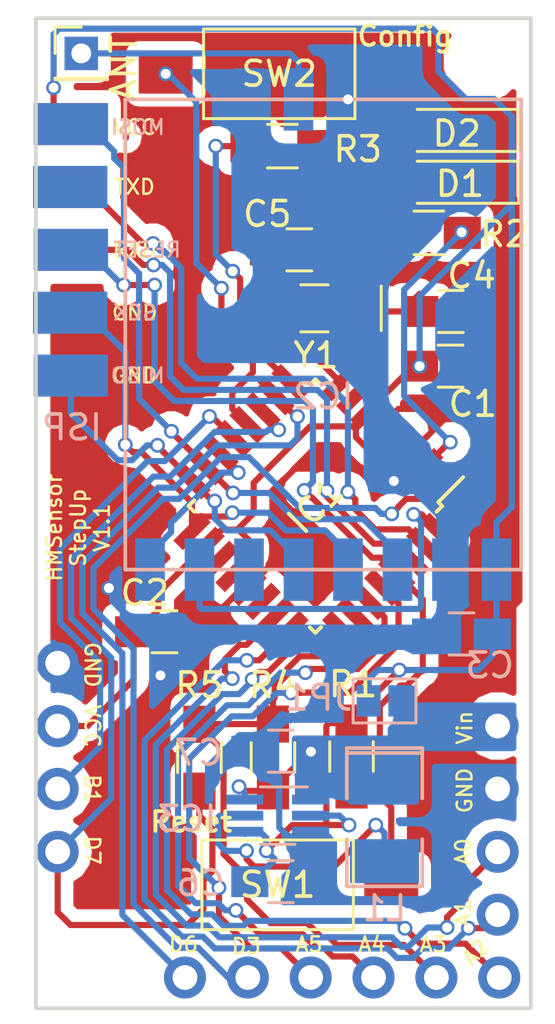
<source format=kicad_pcb>
(kicad_pcb (version 4) (host pcbnew 4.0.2-stable)

  (general
    (links 78)
    (no_connects 0)
    (area 169.924999 84.924999 190.075001 125.075001)
    (thickness 1.6)
    (drawings 29)
    (tracks 594)
    (zones 0)
    (modules 30)
    (nets 35)
  )

  (page A4)
  (layers
    (0 F.Cu signal)
    (31 B.Cu signal)
    (32 B.Adhes user)
    (33 F.Adhes user)
    (34 B.Paste user)
    (35 F.Paste user)
    (36 B.SilkS user)
    (37 F.SilkS user)
    (38 B.Mask user)
    (39 F.Mask user)
    (40 Dwgs.User user)
    (41 Cmts.User user)
    (42 Eco1.User user)
    (43 Eco2.User user)
    (44 Edge.Cuts user)
    (45 Margin user)
    (46 B.CrtYd user)
    (47 F.CrtYd user)
    (48 B.Fab user)
    (49 F.Fab user)
  )

  (setup
    (last_trace_width 0.25)
    (user_trace_width 1)
    (trace_clearance 0.2)
    (zone_clearance 0.508)
    (zone_45_only yes)
    (trace_min 0.2)
    (segment_width 0.2)
    (edge_width 0.15)
    (via_size 0.6)
    (via_drill 0.4)
    (via_min_size 0.4)
    (via_min_drill 0.3)
    (uvia_size 0.3)
    (uvia_drill 0.1)
    (uvias_allowed no)
    (uvia_min_size 0.2)
    (uvia_min_drill 0.1)
    (pcb_text_width 0.3)
    (pcb_text_size 1.5 1.5)
    (mod_edge_width 0.15)
    (mod_text_size 1 1)
    (mod_text_width 0.15)
    (pad_size 1.7 1.7)
    (pad_drill 1)
    (pad_to_mask_clearance 0.2)
    (aux_axis_origin 0 0)
    (visible_elements 7FFFFF7F)
    (pcbplotparams
      (layerselection 0x010f0_80000001)
      (usegerberextensions true)
      (excludeedgelayer true)
      (linewidth 0.100000)
      (plotframeref false)
      (viasonmask false)
      (mode 1)
      (useauxorigin false)
      (hpglpennumber 1)
      (hpglpenspeed 20)
      (hpglpendiameter 15)
      (hpglpenoverlay 2)
      (psnegative false)
      (psa4output false)
      (plotreference true)
      (plotvalue true)
      (plotinvisibletext false)
      (padsonsilk false)
      (subtractmaskfromsilk false)
      (outputformat 1)
      (mirror false)
      (drillshape 0)
      (scaleselection 1)
      (outputdirectory gerber/))
  )

  (net 0 "")
  (net 1 VCC)
  (net 2 GND)
  (net 3 "Net-(IC1-Pad2)")
  (net 4 "Net-(IC1-Pad9)")
  (net 5 "Net-(IC1-Pad12)")
  (net 6 "Net-(IC1-Pad14)")
  (net 7 "Net-(IC1-Pad32)")
  (net 8 "Net-(IC2-Pad6)")
  (net 9 "Net-(IC2-Pad9)")
  (net 10 "Net-(D1-Pad2)")
  (net 11 "Net-(D2-Pad2)")
  (net 12 /MOSI)
  (net 13 /MISO)
  (net 14 /SCK)
  (net 15 /RESET)
  (net 16 /RXD)
  (net 17 /TXD)
  (net 18 /A0)
  (net 19 /A1)
  (net 20 /A2)
  (net 21 "Net-(P4-Pad4)")
  (net 22 /D3)
  (net 23 /A3)
  (net 24 /A4)
  (net 25 /A5)
  (net 26 /XTAL1)
  (net 27 /XTAL2)
  (net 28 "Net-(IC1-Pad19)")
  (net 29 "Net-(IC1-Pad22)")
  (net 30 /D6)
  (net 31 /Vin)
  (net 32 "Net-(IC3-Pad5)")
  (net 33 /D7)
  (net 34 /B1)

  (net_class Default "This is the default net class."
    (clearance 0.2)
    (trace_width 0.25)
    (via_dia 0.6)
    (via_drill 0.4)
    (uvia_dia 0.3)
    (uvia_drill 0.1)
    (add_net /A0)
    (add_net /A1)
    (add_net /A2)
    (add_net /A3)
    (add_net /A4)
    (add_net /A5)
    (add_net /B1)
    (add_net /D3)
    (add_net /D6)
    (add_net /D7)
    (add_net /MISO)
    (add_net /MOSI)
    (add_net /RESET)
    (add_net /RXD)
    (add_net /SCK)
    (add_net /TXD)
    (add_net /Vin)
    (add_net /XTAL1)
    (add_net /XTAL2)
    (add_net GND)
    (add_net "Net-(D1-Pad2)")
    (add_net "Net-(D2-Pad2)")
    (add_net "Net-(IC1-Pad12)")
    (add_net "Net-(IC1-Pad14)")
    (add_net "Net-(IC1-Pad19)")
    (add_net "Net-(IC1-Pad2)")
    (add_net "Net-(IC1-Pad22)")
    (add_net "Net-(IC1-Pad32)")
    (add_net "Net-(IC1-Pad9)")
    (add_net "Net-(IC2-Pad6)")
    (add_net "Net-(IC2-Pad9)")
    (add_net "Net-(IC3-Pad5)")
    (add_net "Net-(P4-Pad4)")
    (add_net VCC)
  )

  (net_class Fett ""
    (clearance 0.2)
    (trace_width 1)
    (via_dia 0.6)
    (via_drill 0.4)
    (uvia_dia 0.3)
    (uvia_drill 0.1)
  )

  (module Modules:CC1101_Module (layer B.Cu) (tedit 588E438F) (tstamp 59105AF0)
    (at 181.61 97.282 180)
    (path /591050F9)
    (fp_text reference IC2 (at 0 -3 180) (layer B.SilkS)
      (effects (font (size 1 1) (thickness 0.15)) (justify mirror))
    )
    (fp_text value CC1101 (at 0 3 180) (layer B.Fab)
      (effects (font (size 1 1) (thickness 0.15)) (justify mirror))
    )
    (fp_line (start -8 -10) (end 8 -10) (layer B.SilkS) (width 0.15))
    (fp_line (start 8 -10) (end 8 9) (layer B.SilkS) (width 0.15))
    (fp_line (start 8 9) (end -8 9) (layer B.SilkS) (width 0.15))
    (fp_line (start -8 9) (end -8 -10) (layer B.SilkS) (width 0.15))
    (pad 1 smd rect (at -7 -10 180) (size 1.2 2.524) (layers B.Cu B.Paste B.Mask)
      (net 1 VCC))
    (pad 2 smd rect (at -5 -10 180) (size 1.2 2.524) (layers B.Cu B.Paste B.Mask)
      (net 2 GND))
    (pad 3 smd rect (at -3 -10 180) (size 1.2 2.524) (layers B.Cu B.Paste B.Mask)
      (net 12 /MOSI))
    (pad 4 smd rect (at -1 -10 180) (size 1.2 2.524) (layers B.Cu B.Paste B.Mask)
      (net 14 /SCK))
    (pad 5 smd rect (at 1 -10 180) (size 1.2 2.524) (layers B.Cu B.Paste B.Mask)
      (net 13 /MISO))
    (pad 6 smd rect (at 3 -10 180) (size 1.2 2.524) (layers B.Cu B.Paste B.Mask)
      (net 8 "Net-(IC2-Pad6)"))
    (pad 7 smd rect (at 5 -10 180) (size 1.2 2.524) (layers B.Cu B.Paste B.Mask)
      (net 7 "Net-(IC1-Pad32)"))
    (pad 8 smd rect (at 7 -10 180) (size 1.2 2.524) (layers B.Cu B.Paste B.Mask)
      (net 6 "Net-(IC1-Pad14)"))
    (pad 9 smd rect (at 1 9 180) (size 1.2 2.524) (layers B.Cu B.Paste B.Mask)
      (net 9 "Net-(IC2-Pad9)"))
    (pad 10 smd rect (at -1 9 180) (size 1.2 2.524) (layers B.Cu B.Paste B.Mask)
      (net 2 GND))
    (pad 11 smd rect (at 3 9 180) (size 1.2 2.524) (layers B.Cu B.Paste B.Mask)
      (net 2 GND))
  )

  (module Pin_Headers:Pin_Header_Straight_1x04_Pitch2.54mm (layer F.Cu) (tedit 592ED70E) (tstamp 592ED7C4)
    (at 170.8785 111.0615)
    (descr "Through hole straight pin header, 1x04, 2.54mm pitch, single row")
    (tags "Through hole pin header THT 1x04 2.54mm single row")
    (path /592ED622)
    (fp_text reference P6 (at 0 -2.33) (layer F.SilkS) hide
      (effects (font (size 1 1) (thickness 0.15)))
    )
    (fp_text value Contacts (at 0 9.95) (layer F.Fab) hide
      (effects (font (size 1 1) (thickness 0.15)))
    )
    (fp_line (start -1.27 -1.27) (end -1.27 8.89) (layer F.Fab) (width 0.1))
    (fp_line (start -1.27 8.89) (end 1.27 8.89) (layer F.Fab) (width 0.1))
    (fp_line (start 1.27 8.89) (end 1.27 -1.27) (layer F.Fab) (width 0.1))
    (fp_line (start 1.27 -1.27) (end -1.27 -1.27) (layer F.Fab) (width 0.1))
    (fp_line (start -1.8 -1.8) (end -1.8 9.4) (layer F.CrtYd) (width 0.05))
    (fp_line (start -1.8 9.4) (end 1.8 9.4) (layer F.CrtYd) (width 0.05))
    (fp_line (start 1.8 9.4) (end 1.8 -1.8) (layer F.CrtYd) (width 0.05))
    (fp_line (start 1.8 -1.8) (end -1.8 -1.8) (layer F.CrtYd) (width 0.05))
    (pad 1 thru_hole circle (at 0 0) (size 1.7 1.7) (drill 1) (layers *.Cu *.Mask)
      (net 2 GND))
    (pad 2 thru_hole oval (at 0 2.54) (size 1.7 1.7) (drill 1) (layers *.Cu *.Mask)
      (net 1 VCC))
    (pad 3 thru_hole oval (at 0 5.08) (size 1.7 1.7) (drill 1) (layers *.Cu *.Mask)
      (net 34 /B1))
    (pad 4 thru_hole oval (at 0 7.62) (size 1.7 1.7) (drill 1) (layers *.Cu *.Mask)
      (net 33 /D7))
  )

  (module Modules:Pin_Header_Straight_1x05_Pitch2.54mm_SMD_BySide (layer B.Cu) (tedit 59160A19) (tstamp 59122297)
    (at 172.9105 94.361)
    (descr "surface-mounted straight pin header, 1x05, 2.54mm pitch, single row, style 1 (pin 1 left)")
    (tags "Surface mounted pin header SMD 1x05 2.54mm single row style1 pin1 left")
    (path /5911BC8A)
    (attr smd)
    (fp_text reference P4 (at -0.9525 7.4295) (layer B.SilkS) hide
      (effects (font (size 1 1) (thickness 0.15)) (justify mirror))
    )
    (fp_text value "ISP Bottom" (at 0 -7.41) (layer B.Fab)
      (effects (font (size 1 1) (thickness 0.15)) (justify mirror))
    )
    (fp_line (start -1.27 -2.2225) (end -2.667 -2.2225) (layer B.Fab) (width 0.1))
    (fp_line (start -2.667 -2.2225) (end -2.667 -2.8575) (layer B.Fab) (width 0.1))
    (fp_line (start -2.667 -2.8575) (end -1.27 -2.8575) (layer B.Fab) (width 0.1))
    (fp_line (start -1.27 2.8575) (end -2.667 2.8575) (layer B.Fab) (width 0.1))
    (fp_line (start -2.667 2.8575) (end -2.667 2.159) (layer B.Fab) (width 0.1))
    (fp_line (start -2.667 2.159) (end -1.27 2.159) (layer B.Fab) (width 0.1))
    (fp_line (start -3.4925 6.858) (end 0.5715 6.858) (layer B.CrtYd) (width 0.05))
    (fp_line (start -3.4925 -6.858) (end 0.5715 -6.858) (layer B.CrtYd) (width 0.05))
    (fp_line (start -1.27 6.35) (end -1.27 -6.35) (layer B.Fab) (width 0.1))
    (fp_line (start -1.27 5.4) (end -1.27 4.76) (layer B.Fab) (width 0.1))
    (fp_line (start -1.27 4.76) (end -2.65 4.76) (layer B.Fab) (width 0.1))
    (fp_line (start -2.65 4.76) (end -2.65 5.4) (layer B.Fab) (width 0.1))
    (fp_line (start -2.65 5.4) (end -1.27 5.4) (layer B.Fab) (width 0.1))
    (fp_line (start -1.27 0.32) (end -1.27 -0.32) (layer B.Fab) (width 0.1))
    (fp_line (start -1.27 -0.32) (end -2.65 -0.32) (layer B.Fab) (width 0.1))
    (fp_line (start -2.65 -0.32) (end -2.65 0.32) (layer B.Fab) (width 0.1))
    (fp_line (start -2.65 0.32) (end -1.27 0.32) (layer B.Fab) (width 0.1))
    (fp_line (start -1.27 -4.76) (end -1.27 -5.4) (layer B.Fab) (width 0.1))
    (fp_line (start -1.27 -5.4) (end -2.65 -5.4) (layer B.Fab) (width 0.1))
    (fp_line (start -2.65 -5.4) (end -2.65 -4.76) (layer B.Fab) (width 0.1))
    (fp_line (start -2.65 -4.76) (end -1.27 -4.76) (layer B.Fab) (width 0.1))
    (fp_line (start -3.5 6.85) (end -3.5 -6.85) (layer B.CrtYd) (width 0.05))
    (fp_line (start 0.579 -6.85) (end 0.579 6.85) (layer B.CrtYd) (width 0.05))
    (pad 1 smd rect (at -1.5 5.08) (size 3 1.7) (layers B.Cu B.Paste B.Mask)
      (net 13 /MISO))
    (pad 3 smd rect (at -1.5 0) (size 3 1.7) (layers B.Cu B.Paste B.Mask)
      (net 15 /RESET))
    (pad 5 smd rect (at -1.5 -5.08) (size 3 1.7) (layers B.Cu B.Paste B.Mask)
      (net 12 /MOSI))
    (pad 2 smd rect (at -1.524 2.54) (size 3 1.7) (layers B.Cu B.Paste B.Mask)
      (net 14 /SCK))
    (pad 4 smd rect (at -1.524 -2.54) (size 3 1.7) (layers B.Cu B.Paste B.Mask)
      (net 21 "Net-(P4-Pad4)"))
    (model ${KISYS3DMOD}/Pin_Headers.3dshapes/Pin_Header_Straight_1x05_Pitch2.54mm_SMD_Pin1Left.wrl
      (at (xyz 0 0 0))
      (scale (xyz 1 1 1))
      (rotate (xyz 0 0 0))
    )
  )

  (module Modules:Pin_Header_Straight_1x05_Pitch2.54mm_SMD_BySide (layer F.Cu) (tedit 59160A11) (tstamp 591222AC)
    (at 172.9105 94.361)
    (descr "surface-mounted straight pin header, 1x05, 2.54mm pitch, single row, style 1 (pin 1 left)")
    (tags "Surface mounted pin header SMD 1x05 2.54mm single row style1 pin1 left")
    (path /5911BCE7)
    (attr smd)
    (fp_text reference P5 (at -0.9525 -7.4295) (layer F.SilkS) hide
      (effects (font (size 1 1) (thickness 0.15)))
    )
    (fp_text value "ISP Top" (at 0 7.41) (layer F.Fab)
      (effects (font (size 1 1) (thickness 0.15)))
    )
    (fp_line (start -1.27 2.2225) (end -2.667 2.2225) (layer F.Fab) (width 0.1))
    (fp_line (start -2.667 2.2225) (end -2.667 2.8575) (layer F.Fab) (width 0.1))
    (fp_line (start -2.667 2.8575) (end -1.27 2.8575) (layer F.Fab) (width 0.1))
    (fp_line (start -1.27 -2.8575) (end -2.667 -2.8575) (layer F.Fab) (width 0.1))
    (fp_line (start -2.667 -2.8575) (end -2.667 -2.159) (layer F.Fab) (width 0.1))
    (fp_line (start -2.667 -2.159) (end -1.27 -2.159) (layer F.Fab) (width 0.1))
    (fp_line (start -3.4925 -6.858) (end 0.5715 -6.858) (layer F.CrtYd) (width 0.05))
    (fp_line (start -3.4925 6.858) (end 0.5715 6.858) (layer F.CrtYd) (width 0.05))
    (fp_line (start -1.27 -6.35) (end -1.27 6.35) (layer F.Fab) (width 0.1))
    (fp_line (start -1.27 -5.4) (end -1.27 -4.76) (layer F.Fab) (width 0.1))
    (fp_line (start -1.27 -4.76) (end -2.65 -4.76) (layer F.Fab) (width 0.1))
    (fp_line (start -2.65 -4.76) (end -2.65 -5.4) (layer F.Fab) (width 0.1))
    (fp_line (start -2.65 -5.4) (end -1.27 -5.4) (layer F.Fab) (width 0.1))
    (fp_line (start -1.27 -0.32) (end -1.27 0.32) (layer F.Fab) (width 0.1))
    (fp_line (start -1.27 0.32) (end -2.65 0.32) (layer F.Fab) (width 0.1))
    (fp_line (start -2.65 0.32) (end -2.65 -0.32) (layer F.Fab) (width 0.1))
    (fp_line (start -2.65 -0.32) (end -1.27 -0.32) (layer F.Fab) (width 0.1))
    (fp_line (start -1.27 4.76) (end -1.27 5.4) (layer F.Fab) (width 0.1))
    (fp_line (start -1.27 5.4) (end -2.65 5.4) (layer F.Fab) (width 0.1))
    (fp_line (start -2.65 5.4) (end -2.65 4.76) (layer F.Fab) (width 0.1))
    (fp_line (start -2.65 4.76) (end -1.27 4.76) (layer F.Fab) (width 0.1))
    (fp_line (start -3.5 -6.85) (end -3.5 6.85) (layer F.CrtYd) (width 0.05))
    (fp_line (start 0.579 6.85) (end 0.579 -6.85) (layer F.CrtYd) (width 0.05))
    (pad 1 smd rect (at -1.5 -5.08) (size 3 1.7) (layers F.Cu F.Paste F.Mask)
      (net 1 VCC))
    (pad 3 smd rect (at -1.5 0) (size 3 1.7) (layers F.Cu F.Paste F.Mask)
      (net 16 /RXD))
    (pad 5 smd rect (at -1.5 5.08) (size 3 1.7) (layers F.Cu F.Paste F.Mask)
      (net 2 GND))
    (pad 2 smd rect (at -1.524 -2.54) (size 3 1.7) (layers F.Cu F.Paste F.Mask)
      (net 17 /TXD))
    (pad 4 smd rect (at -1.524 2.54) (size 3 1.7) (layers F.Cu F.Paste F.Mask)
      (net 2 GND))
    (model ${KISYS3DMOD}/Pin_Headers.3dshapes/Pin_Header_Straight_1x05_Pitch2.54mm_SMD_Pin1Left.wrl
      (at (xyz 0 0 0))
      (scale (xyz 1 1 1))
      (rotate (xyz 0 0 0))
    )
  )

  (module Housings_QFP:TQFP-32_7x7mm_Pitch0.8mm (layer F.Cu) (tedit 592D69CB) (tstamp 59105AE1)
    (at 181.2925 104.7115 225)
    (descr "32-Lead Plastic Thin Quad Flatpack (PT) - 7x7x1.0 mm Body, 2.00 mm [TQFP] (see Microchip Packaging Specification 00000049BS.pdf)")
    (tags "QFP 0.8")
    (path /591050B1)
    (attr smd)
    (fp_text reference IC1 (at 0 0 225) (layer F.SilkS)
      (effects (font (size 1 1) (thickness 0.15)))
    )
    (fp_text value ATMEGA328P-A (at 0 6.05 225) (layer F.Fab) hide
      (effects (font (size 1 1) (thickness 0.15)))
    )
    (fp_text user %R (at 0 0 225) (layer F.Fab)
      (effects (font (size 1 1) (thickness 0.15)))
    )
    (fp_line (start -2.5 -3.5) (end 3.5 -3.5) (layer F.Fab) (width 0.15))
    (fp_line (start 3.5 -3.5) (end 3.5 3.5) (layer F.Fab) (width 0.15))
    (fp_line (start 3.5 3.5) (end -3.5 3.5) (layer F.Fab) (width 0.15))
    (fp_line (start -3.5 3.5) (end -3.5 -2.5) (layer F.Fab) (width 0.15))
    (fp_line (start -3.5 -2.5) (end -2.5 -3.5) (layer F.Fab) (width 0.15))
    (fp_line (start -5.3 -5.3) (end -5.3 5.3) (layer F.CrtYd) (width 0.05))
    (fp_line (start 5.3 -5.3) (end 5.3 5.3) (layer F.CrtYd) (width 0.05))
    (fp_line (start -5.3 -5.3) (end 5.3 -5.3) (layer F.CrtYd) (width 0.05))
    (fp_line (start -5.3 5.3) (end 5.3 5.3) (layer F.CrtYd) (width 0.05))
    (fp_line (start -3.625 -3.625) (end -3.625 -3.4) (layer F.SilkS) (width 0.15))
    (fp_line (start 3.625 -3.625) (end 3.625 -3.3) (layer F.SilkS) (width 0.15))
    (fp_line (start 3.625 3.625) (end 3.625 3.3) (layer F.SilkS) (width 0.15))
    (fp_line (start -3.625 3.625) (end -3.625 3.3) (layer F.SilkS) (width 0.15))
    (fp_line (start -3.625 -3.625) (end -3.3 -3.625) (layer F.SilkS) (width 0.15))
    (fp_line (start -3.625 3.625) (end -3.3 3.625) (layer F.SilkS) (width 0.15))
    (fp_line (start 3.625 3.625) (end 3.3 3.625) (layer F.SilkS) (width 0.15))
    (fp_line (start 3.625 -3.625) (end 3.3 -3.625) (layer F.SilkS) (width 0.15))
    (fp_line (start -3.625 -3.4) (end -5.05 -3.4) (layer F.SilkS) (width 0.15))
    (pad 1 smd rect (at -4.25 -2.8 225) (size 1.6 0.55) (layers F.Cu F.Paste F.Mask)
      (net 22 /D3))
    (pad 2 smd rect (at -4.25 -2 225) (size 1.6 0.55) (layers F.Cu F.Paste F.Mask)
      (net 3 "Net-(IC1-Pad2)"))
    (pad 3 smd rect (at -4.25 -1.2 225) (size 1.6 0.55) (layers F.Cu F.Paste F.Mask)
      (net 2 GND))
    (pad 4 smd rect (at -4.25 -0.4 225) (size 1.6 0.55) (layers F.Cu F.Paste F.Mask)
      (net 1 VCC))
    (pad 5 smd rect (at -4.25 0.4 225) (size 1.6 0.55) (layers F.Cu F.Paste F.Mask)
      (net 2 GND))
    (pad 6 smd rect (at -4.25 1.2 225) (size 1.6 0.55) (layers F.Cu F.Paste F.Mask)
      (net 1 VCC))
    (pad 7 smd rect (at -4.25 2 225) (size 1.6 0.55) (layers F.Cu F.Paste F.Mask)
      (net 26 /XTAL1))
    (pad 8 smd rect (at -4.25 2.8 225) (size 1.6 0.55) (layers F.Cu F.Paste F.Mask)
      (net 27 /XTAL2))
    (pad 9 smd rect (at -2.8 4.25 315) (size 1.6 0.55) (layers F.Cu F.Paste F.Mask)
      (net 4 "Net-(IC1-Pad9)"))
    (pad 10 smd rect (at -2 4.25 315) (size 1.6 0.55) (layers F.Cu F.Paste F.Mask)
      (net 30 /D6))
    (pad 11 smd rect (at -1.2 4.25 315) (size 1.6 0.55) (layers F.Cu F.Paste F.Mask)
      (net 33 /D7))
    (pad 12 smd rect (at -0.4 4.25 315) (size 1.6 0.55) (layers F.Cu F.Paste F.Mask)
      (net 5 "Net-(IC1-Pad12)"))
    (pad 13 smd rect (at 0.4 4.25 315) (size 1.6 0.55) (layers F.Cu F.Paste F.Mask)
      (net 34 /B1))
    (pad 14 smd rect (at 1.2 4.25 315) (size 1.6 0.55) (layers F.Cu F.Paste F.Mask)
      (net 6 "Net-(IC1-Pad14)"))
    (pad 15 smd rect (at 2 4.25 315) (size 1.6 0.55) (layers F.Cu F.Paste F.Mask)
      (net 12 /MOSI))
    (pad 16 smd rect (at 2.8 4.25 315) (size 1.6 0.55) (layers F.Cu F.Paste F.Mask)
      (net 13 /MISO))
    (pad 17 smd rect (at 4.25 2.8 225) (size 1.6 0.55) (layers F.Cu F.Paste F.Mask)
      (net 14 /SCK))
    (pad 18 smd rect (at 4.25 2 225) (size 1.6 0.55) (layers F.Cu F.Paste F.Mask)
      (net 1 VCC))
    (pad 19 smd rect (at 4.25 1.2 225) (size 1.6 0.55) (layers F.Cu F.Paste F.Mask)
      (net 28 "Net-(IC1-Pad19)"))
    (pad 20 smd rect (at 4.25 0.4 225) (size 1.6 0.55) (layers F.Cu F.Paste F.Mask)
      (net 1 VCC))
    (pad 21 smd rect (at 4.25 -0.4 225) (size 1.6 0.55) (layers F.Cu F.Paste F.Mask)
      (net 2 GND))
    (pad 22 smd rect (at 4.25 -1.2 225) (size 1.6 0.55) (layers F.Cu F.Paste F.Mask)
      (net 29 "Net-(IC1-Pad22)"))
    (pad 23 smd rect (at 4.25 -2 225) (size 1.6 0.55) (layers F.Cu F.Paste F.Mask)
      (net 18 /A0))
    (pad 24 smd rect (at 4.25 -2.8 225) (size 1.6 0.55) (layers F.Cu F.Paste F.Mask)
      (net 19 /A1))
    (pad 25 smd rect (at 2.8 -4.25 315) (size 1.6 0.55) (layers F.Cu F.Paste F.Mask)
      (net 20 /A2))
    (pad 26 smd rect (at 2 -4.25 315) (size 1.6 0.55) (layers F.Cu F.Paste F.Mask)
      (net 23 /A3))
    (pad 27 smd rect (at 1.2 -4.25 315) (size 1.6 0.55) (layers F.Cu F.Paste F.Mask)
      (net 24 /A4))
    (pad 28 smd rect (at 0.4 -4.25 315) (size 1.6 0.55) (layers F.Cu F.Paste F.Mask)
      (net 25 /A5))
    (pad 29 smd rect (at -0.4 -4.25 315) (size 1.6 0.55) (layers F.Cu F.Paste F.Mask)
      (net 15 /RESET))
    (pad 30 smd rect (at -1.2 -4.25 315) (size 1.6 0.55) (layers F.Cu F.Paste F.Mask)
      (net 16 /RXD))
    (pad 31 smd rect (at -2 -4.25 315) (size 1.6 0.55) (layers F.Cu F.Paste F.Mask)
      (net 17 /TXD))
    (pad 32 smd rect (at -2.8 -4.25 315) (size 1.6 0.55) (layers F.Cu F.Paste F.Mask)
      (net 7 "Net-(IC1-Pad32)"))
    (model Housings_QFP.3dshapes/TQFP-32_7x7mm_Pitch0.8mm.wrl
      (at (xyz 0 0 0))
      (scale (xyz 1 1 1))
      (rotate (xyz 0 0 0))
    )
  )

  (module Pin_Headers:Pin_Header_Straight_1x04_Pitch2.54mm (layer F.Cu) (tedit 592F19C2) (tstamp 591321B7)
    (at 188.6585 113.6015)
    (descr "Through hole straight pin header, 1x04, 2.54mm pitch, single row")
    (tags "Through hole pin header THT 1x04 2.54mm single row")
    (path /591069AF)
    (fp_text reference P1 (at 0 -2.33) (layer F.SilkS) hide
      (effects (font (size 1 1) (thickness 0.15)))
    )
    (fp_text value Contacts (at 0 9.95) (layer F.Fab) hide
      (effects (font (size 1 1) (thickness 0.15)))
    )
    (fp_line (start -1.27 -1.27) (end -1.27 8.89) (layer F.Fab) (width 0.1))
    (fp_line (start -1.27 8.89) (end 1.27 8.89) (layer F.Fab) (width 0.1))
    (fp_line (start 1.27 8.89) (end 1.27 -1.27) (layer F.Fab) (width 0.1))
    (fp_line (start 1.27 -1.27) (end -1.27 -1.27) (layer F.Fab) (width 0.1))
    (fp_line (start -1.8 -1.8) (end -1.8 9.4) (layer F.CrtYd) (width 0.05))
    (fp_line (start -1.8 9.4) (end 1.8 9.4) (layer F.CrtYd) (width 0.05))
    (fp_line (start 1.8 9.4) (end 1.8 -1.8) (layer F.CrtYd) (width 0.05))
    (fp_line (start 1.8 -1.8) (end -1.8 -1.8) (layer F.CrtYd) (width 0.05))
    (fp_text user %R (at 0 -2.33) (layer F.Fab) hide
      (effects (font (size 1 1) (thickness 0.15)))
    )
    (pad 1 thru_hole circle (at 0 0) (size 1.7 1.7) (drill 1) (layers *.Cu *.Mask)
      (net 31 /Vin) (zone_connect 2))
    (pad 2 thru_hole oval (at 0 2.54) (size 1.7 1.7) (drill 1) (layers *.Cu *.Mask)
      (net 2 GND))
    (pad 3 thru_hole oval (at 0 5.08) (size 1.7 1.7) (drill 1) (layers *.Cu *.Mask)
      (net 18 /A0))
    (pad 4 thru_hole oval (at 0 7.62) (size 1.7 1.7) (drill 1) (layers *.Cu *.Mask)
      (net 19 /A1))
  )

  (module Pin_Headers:Pin_Header_Straight_1x06_Pitch2.54mm (layer F.Cu) (tedit 592DBE62) (tstamp 591321D0)
    (at 188.722 123.7615 270)
    (descr "Through hole straight pin header, 1x06, 2.54mm pitch, single row")
    (tags "Through hole pin header THT 1x06 2.54mm single row")
    (path /59132195)
    (fp_text reference P2 (at 0 -2.33 270) (layer F.SilkS) hide
      (effects (font (size 1 1) (thickness 0.15)))
    )
    (fp_text value Contacts (at 0 15.03 270) (layer F.Fab) hide
      (effects (font (size 1 1) (thickness 0.15)))
    )
    (fp_line (start -1.27 -1.27) (end -1.27 13.97) (layer F.Fab) (width 0.1))
    (fp_line (start -1.27 13.97) (end 1.27 13.97) (layer F.Fab) (width 0.1))
    (fp_line (start 1.27 13.97) (end 1.27 -1.27) (layer F.Fab) (width 0.1))
    (fp_line (start 1.27 -1.27) (end -1.27 -1.27) (layer F.Fab) (width 0.1))
    (fp_line (start -1.8 -1.8) (end -1.8 14.5) (layer F.CrtYd) (width 0.05))
    (fp_line (start -1.8 14.5) (end 1.8 14.5) (layer F.CrtYd) (width 0.05))
    (fp_line (start 1.8 14.5) (end 1.8 -1.8) (layer F.CrtYd) (width 0.05))
    (fp_line (start 1.8 -1.8) (end -1.8 -1.8) (layer F.CrtYd) (width 0.05))
    (fp_text user %R (at 0 -2.33 270) (layer F.Fab) hide
      (effects (font (size 1 1) (thickness 0.15)))
    )
    (pad 1 thru_hole circle (at 0 0 270) (size 1.7 1.7) (drill 1) (layers *.Cu *.Mask)
      (net 20 /A2))
    (pad 2 thru_hole oval (at 0 2.54 270) (size 1.7 1.7) (drill 1) (layers *.Cu *.Mask)
      (net 23 /A3))
    (pad 3 thru_hole oval (at 0 5.08 270) (size 1.7 1.7) (drill 1) (layers *.Cu *.Mask)
      (net 24 /A4))
    (pad 4 thru_hole oval (at 0 7.62 270) (size 1.7 1.7) (drill 1) (layers *.Cu *.Mask)
      (net 25 /A5))
    (pad 5 thru_hole oval (at 0 10.16 270) (size 1.7 1.7) (drill 1) (layers *.Cu *.Mask)
      (net 22 /D3))
    (pad 6 thru_hole oval (at 0 12.7 270) (size 1.7 1.7) (drill 1) (layers *.Cu *.Mask)
      (net 30 /D6))
  )

  (module Buttons_Switches_SMD:SW_SPST_FSMSM (layer F.Cu) (tedit 592D6DE8) (tstamp 59105B03)
    (at 179.7685 120.015 180)
    (descr http://www.te.com/commerce/DocumentDelivery/DDEController?Action=srchrtrv&DocNm=1437566-3&DocType=Customer+Drawing&DocLang=English)
    (tags "SPST button tactile switch")
    (path /59105136)
    (attr smd)
    (fp_text reference SW1 (at 0 0 180) (layer F.SilkS)
      (effects (font (size 1 1) (thickness 0.15)))
    )
    (fp_text value Reset (at 3.4925 2.54 180) (layer F.SilkS)
      (effects (font (size 0.8 0.8) (thickness 0.15)))
    )
    (fp_text user %R (at 0 0 180) (layer F.Fab)
      (effects (font (size 1 1) (thickness 0.15)))
    )
    (fp_line (start -1.75 -1) (end 1.75 -1) (layer F.Fab) (width 0.1))
    (fp_line (start 1.75 -1) (end 1.75 1) (layer F.Fab) (width 0.1))
    (fp_line (start 1.75 1) (end -1.75 1) (layer F.Fab) (width 0.1))
    (fp_line (start -1.75 1) (end -1.75 -1) (layer F.Fab) (width 0.1))
    (fp_line (start -3.06 -1.81) (end 3.06 -1.81) (layer F.SilkS) (width 0.12))
    (fp_line (start 3.06 -1.81) (end 3.06 1.81) (layer F.SilkS) (width 0.12))
    (fp_line (start 3.06 1.81) (end -3.06 1.81) (layer F.SilkS) (width 0.12))
    (fp_line (start -3.06 1.81) (end -3.06 -1.81) (layer F.SilkS) (width 0.12))
    (fp_line (start -1.5 0.8) (end 1.5 0.8) (layer F.Fab) (width 0.1))
    (fp_line (start -1.5 -0.8) (end 1.5 -0.8) (layer F.Fab) (width 0.1))
    (fp_line (start 1.5 -0.8) (end 1.5 0.8) (layer F.Fab) (width 0.1))
    (fp_line (start -1.5 -0.8) (end -1.5 0.8) (layer F.Fab) (width 0.1))
    (fp_line (start -5.95 2) (end 5.95 2) (layer F.CrtYd) (width 0.05))
    (fp_line (start 5.95 -2) (end 5.95 2) (layer F.CrtYd) (width 0.05))
    (fp_line (start -3 1.75) (end 3 1.75) (layer F.Fab) (width 0.1))
    (fp_line (start -3 -1.75) (end 3 -1.75) (layer F.Fab) (width 0.1))
    (fp_line (start -3 -1.75) (end -3 1.75) (layer F.Fab) (width 0.1))
    (fp_line (start 3 -1.75) (end 3 1.75) (layer F.Fab) (width 0.1))
    (fp_line (start -5.95 -2) (end -5.95 2) (layer F.CrtYd) (width 0.05))
    (fp_line (start -5.95 -2) (end 5.95 -2) (layer F.CrtYd) (width 0.05))
    (pad 1 smd rect (at -4.59 0 180) (size 2.18 1.6) (layers F.Cu F.Paste F.Mask)
      (net 15 /RESET))
    (pad 2 smd rect (at 4.59 0 180) (size 2.18 1.6) (layers F.Cu F.Paste F.Mask)
      (net 2 GND))
    (model Buttons_Switches_SMD.3dshapes/SW_SPST_FSMSM.wrl
      (at (xyz 0 0 0))
      (scale (xyz 1 1 1))
      (rotate (xyz 0 0 0))
    )
  )

  (module Buttons_Switches_SMD:SW_SPST_FSMSM (layer F.Cu) (tedit 5911CD63) (tstamp 59105B09)
    (at 179.832 87.249)
    (descr http://www.te.com/commerce/DocumentDelivery/DDEController?Action=srchrtrv&DocNm=1437566-3&DocType=Customer+Drawing&DocLang=English)
    (tags "SPST button tactile switch")
    (path /591051B2)
    (attr smd)
    (fp_text reference SW2 (at 0 0) (layer F.SilkS)
      (effects (font (size 1 1) (thickness 0.15)))
    )
    (fp_text value Config (at 5.08 -1.524) (layer F.SilkS)
      (effects (font (size 0.8 0.8) (thickness 0.15)))
    )
    (fp_text user %R (at 0 0) (layer F.Fab)
      (effects (font (size 1 1) (thickness 0.15)))
    )
    (fp_line (start -1.75 -1) (end 1.75 -1) (layer F.Fab) (width 0.1))
    (fp_line (start 1.75 -1) (end 1.75 1) (layer F.Fab) (width 0.1))
    (fp_line (start 1.75 1) (end -1.75 1) (layer F.Fab) (width 0.1))
    (fp_line (start -1.75 1) (end -1.75 -1) (layer F.Fab) (width 0.1))
    (fp_line (start -3.06 -1.81) (end 3.06 -1.81) (layer F.SilkS) (width 0.12))
    (fp_line (start 3.06 -1.81) (end 3.06 1.81) (layer F.SilkS) (width 0.12))
    (fp_line (start 3.06 1.81) (end -3.06 1.81) (layer F.SilkS) (width 0.12))
    (fp_line (start -3.06 1.81) (end -3.06 -1.81) (layer F.SilkS) (width 0.12))
    (fp_line (start -1.5 0.8) (end 1.5 0.8) (layer F.Fab) (width 0.1))
    (fp_line (start -1.5 -0.8) (end 1.5 -0.8) (layer F.Fab) (width 0.1))
    (fp_line (start 1.5 -0.8) (end 1.5 0.8) (layer F.Fab) (width 0.1))
    (fp_line (start -1.5 -0.8) (end -1.5 0.8) (layer F.Fab) (width 0.1))
    (fp_line (start -5.95 2) (end 5.95 2) (layer F.CrtYd) (width 0.05))
    (fp_line (start 5.95 -2) (end 5.95 2) (layer F.CrtYd) (width 0.05))
    (fp_line (start -3 1.75) (end 3 1.75) (layer F.Fab) (width 0.1))
    (fp_line (start -3 -1.75) (end 3 -1.75) (layer F.Fab) (width 0.1))
    (fp_line (start -3 -1.75) (end -3 1.75) (layer F.Fab) (width 0.1))
    (fp_line (start 3 -1.75) (end 3 1.75) (layer F.Fab) (width 0.1))
    (fp_line (start -5.95 -2) (end -5.95 2) (layer F.CrtYd) (width 0.05))
    (fp_line (start -5.95 -2) (end 5.95 -2) (layer F.CrtYd) (width 0.05))
    (pad 1 smd rect (at -4.59 0) (size 2.18 1.6) (layers F.Cu F.Paste F.Mask)
      (net 5 "Net-(IC1-Pad12)"))
    (pad 2 smd rect (at 4.59 0) (size 2.18 1.6) (layers F.Cu F.Paste F.Mask)
      (net 2 GND))
    (model Buttons_Switches_SMD.3dshapes/SW_SPST_FSMSM.wrl
      (at (xyz 0 0 0))
      (scale (xyz 1 1 1))
      (rotate (xyz 0 0 0))
    )
  )

  (module Capacitors_SMD:C_0805_HandSoldering (layer F.Cu) (tedit 592FDCE5) (tstamp 59105BA5)
    (at 186.7535 99.06)
    (descr "Capacitor SMD 0805, hand soldering")
    (tags "capacitor 0805")
    (path /5910567F)
    (attr smd)
    (fp_text reference C1 (at 0.9017 1.524 180) (layer F.SilkS)
      (effects (font (size 1 1) (thickness 0.15)))
    )
    (fp_text value 100n (at 0 1.75) (layer F.Fab)
      (effects (font (size 1 1) (thickness 0.15)))
    )
    (fp_text user %R (at 0.9017 1.4986 180) (layer F.Fab)
      (effects (font (size 1 1) (thickness 0.15)))
    )
    (fp_line (start -1 0.62) (end -1 -0.62) (layer F.Fab) (width 0.1))
    (fp_line (start 1 0.62) (end -1 0.62) (layer F.Fab) (width 0.1))
    (fp_line (start 1 -0.62) (end 1 0.62) (layer F.Fab) (width 0.1))
    (fp_line (start -1 -0.62) (end 1 -0.62) (layer F.Fab) (width 0.1))
    (fp_line (start 0.5 -0.85) (end -0.5 -0.85) (layer F.SilkS) (width 0.12))
    (fp_line (start -0.5 0.85) (end 0.5 0.85) (layer F.SilkS) (width 0.12))
    (fp_line (start -2.25 -0.88) (end 2.25 -0.88) (layer F.CrtYd) (width 0.05))
    (fp_line (start -2.25 -0.88) (end -2.25 0.87) (layer F.CrtYd) (width 0.05))
    (fp_line (start 2.25 0.87) (end 2.25 -0.88) (layer F.CrtYd) (width 0.05))
    (fp_line (start 2.25 0.87) (end -2.25 0.87) (layer F.CrtYd) (width 0.05))
    (pad 1 smd rect (at -1.25 0) (size 1.5 1.25) (layers F.Cu F.Paste F.Mask)
      (net 1 VCC))
    (pad 2 smd rect (at 1.25 0) (size 1.5 1.25) (layers F.Cu F.Paste F.Mask)
      (net 2 GND))
    (model Capacitors_SMD.3dshapes/C_0805.wrl
      (at (xyz 0 0 0))
      (scale (xyz 1 1 1))
      (rotate (xyz 0 0 0))
    )
  )

  (module Capacitors_SMD:C_0805_HandSoldering (layer B.Cu) (tedit 592D69D9) (tstamp 59105BB1)
    (at 187.198 109.8804 180)
    (descr "Capacitor SMD 0805, hand soldering")
    (tags "capacitor 0805")
    (path /5910572D)
    (attr smd)
    (fp_text reference C3 (at -1.143 -1.27 180) (layer B.SilkS)
      (effects (font (size 1 1) (thickness 0.15)) (justify mirror))
    )
    (fp_text value 100n (at 0 -1.75 180) (layer B.Fab) hide
      (effects (font (size 1 1) (thickness 0.15)) (justify mirror))
    )
    (fp_text user %R (at -1.143 -1.27 180) (layer B.Fab)
      (effects (font (size 1 1) (thickness 0.15)) (justify mirror))
    )
    (fp_line (start -1 -0.62) (end -1 0.62) (layer B.Fab) (width 0.1))
    (fp_line (start 1 -0.62) (end -1 -0.62) (layer B.Fab) (width 0.1))
    (fp_line (start 1 0.62) (end 1 -0.62) (layer B.Fab) (width 0.1))
    (fp_line (start -1 0.62) (end 1 0.62) (layer B.Fab) (width 0.1))
    (fp_line (start 0.5 0.85) (end -0.5 0.85) (layer B.SilkS) (width 0.12))
    (fp_line (start -0.5 -0.85) (end 0.5 -0.85) (layer B.SilkS) (width 0.12))
    (fp_line (start -2.25 0.88) (end 2.25 0.88) (layer B.CrtYd) (width 0.05))
    (fp_line (start -2.25 0.88) (end -2.25 -0.87) (layer B.CrtYd) (width 0.05))
    (fp_line (start 2.25 -0.87) (end 2.25 0.88) (layer B.CrtYd) (width 0.05))
    (fp_line (start 2.25 -0.87) (end -2.25 -0.87) (layer B.CrtYd) (width 0.05))
    (pad 1 smd rect (at -1.25 0 180) (size 1.5 1.25) (layers B.Cu B.Paste B.Mask)
      (net 1 VCC))
    (pad 2 smd rect (at 1.25 0 180) (size 1.5 1.25) (layers B.Cu B.Paste B.Mask)
      (net 2 GND))
    (model Capacitors_SMD.3dshapes/C_0805.wrl
      (at (xyz 0 0 0))
      (scale (xyz 1 1 1))
      (rotate (xyz 0 0 0))
    )
  )

  (module LEDs:LED_1206 (layer F.Cu) (tedit 59121EA8) (tstamp 59105BB7)
    (at 187.0075 91.6305 180)
    (descr "LED 1206 smd package")
    (tags "LED led 1206 SMD smd SMT smt smdled SMDLED smtled SMTLED")
    (path /59105752)
    (attr smd)
    (fp_text reference D1 (at -0.127 -0.0635 180) (layer F.SilkS)
      (effects (font (size 1 1) (thickness 0.15)))
    )
    (fp_text value "LED Red" (at 0 1.7 180) (layer F.Fab)
      (effects (font (size 1 1) (thickness 0.15)))
    )
    (fp_line (start -2.5 -0.85) (end -2.5 0.85) (layer F.SilkS) (width 0.12))
    (fp_line (start -0.45 -0.4) (end -0.45 0.4) (layer F.Fab) (width 0.1))
    (fp_line (start -0.4 0) (end 0.2 -0.4) (layer F.Fab) (width 0.1))
    (fp_line (start 0.2 0.4) (end -0.4 0) (layer F.Fab) (width 0.1))
    (fp_line (start 0.2 -0.4) (end 0.2 0.4) (layer F.Fab) (width 0.1))
    (fp_line (start 1.6 0.8) (end -1.6 0.8) (layer F.Fab) (width 0.1))
    (fp_line (start 1.6 -0.8) (end 1.6 0.8) (layer F.Fab) (width 0.1))
    (fp_line (start -1.6 -0.8) (end 1.6 -0.8) (layer F.Fab) (width 0.1))
    (fp_line (start -1.6 0.8) (end -1.6 -0.8) (layer F.Fab) (width 0.1))
    (fp_line (start -2.45 0.85) (end 1.6 0.85) (layer F.SilkS) (width 0.12))
    (fp_line (start -2.45 -0.85) (end 1.6 -0.85) (layer F.SilkS) (width 0.12))
    (fp_line (start 2.65 -1) (end 2.65 1) (layer F.CrtYd) (width 0.05))
    (fp_line (start 2.65 1) (end -2.65 1) (layer F.CrtYd) (width 0.05))
    (fp_line (start -2.65 1) (end -2.65 -1) (layer F.CrtYd) (width 0.05))
    (fp_line (start -2.65 -1) (end 2.65 -1) (layer F.CrtYd) (width 0.05))
    (pad 2 smd rect (at 1.65 0) (size 1.5 1.5) (layers F.Cu F.Paste F.Mask)
      (net 10 "Net-(D1-Pad2)"))
    (pad 1 smd rect (at -1.65 0) (size 1.5 1.5) (layers F.Cu F.Paste F.Mask)
      (net 2 GND))
    (model LEDs.3dshapes/LED_1206.wrl
      (at (xyz 0 0 0))
      (scale (xyz 1 1 1))
      (rotate (xyz 0 0 180))
    )
  )

  (module LEDs:LED_1206 (layer F.Cu) (tedit 59121E93) (tstamp 59105BBD)
    (at 187.0075 89.535 180)
    (descr "LED 1206 smd package")
    (tags "LED led 1206 SMD smd SMT smt smdled SMDLED smtled SMTLED")
    (path /591057B3)
    (attr smd)
    (fp_text reference D2 (at 0 -0.127 180) (layer F.SilkS)
      (effects (font (size 1 1) (thickness 0.15)))
    )
    (fp_text value "LED Green" (at 0 1.7 180) (layer F.Fab)
      (effects (font (size 1 1) (thickness 0.15)))
    )
    (fp_line (start -2.5 -0.85) (end -2.5 0.85) (layer F.SilkS) (width 0.12))
    (fp_line (start -0.45 -0.4) (end -0.45 0.4) (layer F.Fab) (width 0.1))
    (fp_line (start -0.4 0) (end 0.2 -0.4) (layer F.Fab) (width 0.1))
    (fp_line (start 0.2 0.4) (end -0.4 0) (layer F.Fab) (width 0.1))
    (fp_line (start 0.2 -0.4) (end 0.2 0.4) (layer F.Fab) (width 0.1))
    (fp_line (start 1.6 0.8) (end -1.6 0.8) (layer F.Fab) (width 0.1))
    (fp_line (start 1.6 -0.8) (end 1.6 0.8) (layer F.Fab) (width 0.1))
    (fp_line (start -1.6 -0.8) (end 1.6 -0.8) (layer F.Fab) (width 0.1))
    (fp_line (start -1.6 0.8) (end -1.6 -0.8) (layer F.Fab) (width 0.1))
    (fp_line (start -2.45 0.85) (end 1.6 0.85) (layer F.SilkS) (width 0.12))
    (fp_line (start -2.45 -0.85) (end 1.6 -0.85) (layer F.SilkS) (width 0.12))
    (fp_line (start 2.65 -1) (end 2.65 1) (layer F.CrtYd) (width 0.05))
    (fp_line (start 2.65 1) (end -2.65 1) (layer F.CrtYd) (width 0.05))
    (fp_line (start -2.65 1) (end -2.65 -1) (layer F.CrtYd) (width 0.05))
    (fp_line (start -2.65 -1) (end 2.65 -1) (layer F.CrtYd) (width 0.05))
    (pad 2 smd rect (at 1.65 0) (size 1.5 1.5) (layers F.Cu F.Paste F.Mask)
      (net 11 "Net-(D2-Pad2)"))
    (pad 1 smd rect (at -1.65 0) (size 1.5 1.5) (layers F.Cu F.Paste F.Mask)
      (net 2 GND))
    (model LEDs.3dshapes/LED_1206.wrl
      (at (xyz 0 0 0))
      (scale (xyz 1 1 1))
      (rotate (xyz 0 0 180))
    )
  )

  (module Resistors_SMD:R_0805_HandSoldering (layer F.Cu) (tedit 592ED907) (tstamp 59105BC3)
    (at 182.753 114.8334 270)
    (descr "Resistor SMD 0805, hand soldering")
    (tags "resistor 0805")
    (path /591057F4)
    (attr smd)
    (fp_text reference R1 (at -2.921 -0.0635 360) (layer F.SilkS)
      (effects (font (size 1 1) (thickness 0.15)))
    )
    (fp_text value 10k (at 0 1.75 270) (layer F.Fab)
      (effects (font (size 1 1) (thickness 0.15)))
    )
    (fp_text user %R (at 0 0 270) (layer F.Fab)
      (effects (font (size 0.5 0.5) (thickness 0.075)))
    )
    (fp_line (start -1 0.62) (end -1 -0.62) (layer F.Fab) (width 0.1))
    (fp_line (start 1 0.62) (end -1 0.62) (layer F.Fab) (width 0.1))
    (fp_line (start 1 -0.62) (end 1 0.62) (layer F.Fab) (width 0.1))
    (fp_line (start -1 -0.62) (end 1 -0.62) (layer F.Fab) (width 0.1))
    (fp_line (start 0.6 0.88) (end -0.6 0.88) (layer F.SilkS) (width 0.12))
    (fp_line (start -0.6 -0.88) (end 0.6 -0.88) (layer F.SilkS) (width 0.12))
    (fp_line (start -2.35 -0.9) (end 2.35 -0.9) (layer F.CrtYd) (width 0.05))
    (fp_line (start -2.35 -0.9) (end -2.35 0.9) (layer F.CrtYd) (width 0.05))
    (fp_line (start 2.35 0.9) (end 2.35 -0.9) (layer F.CrtYd) (width 0.05))
    (fp_line (start 2.35 0.9) (end -2.35 0.9) (layer F.CrtYd) (width 0.05))
    (pad 1 smd rect (at -1.35 0 270) (size 1.5 1.3) (layers F.Cu F.Paste F.Mask)
      (net 1 VCC))
    (pad 2 smd rect (at 1.35 0 270) (size 1.5 1.3) (layers F.Cu F.Paste F.Mask)
      (net 15 /RESET))
    (model ${KISYS3DMOD}/Resistors_SMD.3dshapes/R_0805.wrl
      (at (xyz 0 0 0))
      (scale (xyz 1 1 1))
      (rotate (xyz 0 0 0))
    )
  )

  (module Resistors_SMD:R_0805_HandSoldering (layer F.Cu) (tedit 592FDCC3) (tstamp 59105BC9)
    (at 185.8772 93.6752)
    (descr "Resistor SMD 0805, hand soldering")
    (tags "resistor 0805")
    (path /5910582F)
    (attr smd)
    (fp_text reference R2 (at 3.048 0.0508) (layer F.SilkS)
      (effects (font (size 1 1) (thickness 0.15)))
    )
    (fp_text value 1k5 (at 0 1.75) (layer F.Fab)
      (effects (font (size 1 1) (thickness 0.15)))
    )
    (fp_text user %R (at 0 0) (layer F.Fab)
      (effects (font (size 0.5 0.5) (thickness 0.075)))
    )
    (fp_line (start -1 0.62) (end -1 -0.62) (layer F.Fab) (width 0.1))
    (fp_line (start 1 0.62) (end -1 0.62) (layer F.Fab) (width 0.1))
    (fp_line (start 1 -0.62) (end 1 0.62) (layer F.Fab) (width 0.1))
    (fp_line (start -1 -0.62) (end 1 -0.62) (layer F.Fab) (width 0.1))
    (fp_line (start 0.6 0.88) (end -0.6 0.88) (layer F.SilkS) (width 0.12))
    (fp_line (start -0.6 -0.88) (end 0.6 -0.88) (layer F.SilkS) (width 0.12))
    (fp_line (start -2.35 -0.9) (end 2.35 -0.9) (layer F.CrtYd) (width 0.05))
    (fp_line (start -2.35 -0.9) (end -2.35 0.9) (layer F.CrtYd) (width 0.05))
    (fp_line (start 2.35 0.9) (end 2.35 -0.9) (layer F.CrtYd) (width 0.05))
    (fp_line (start 2.35 0.9) (end -2.35 0.9) (layer F.CrtYd) (width 0.05))
    (pad 1 smd rect (at -1.35 0) (size 1.5 1.3) (layers F.Cu F.Paste F.Mask)
      (net 10 "Net-(D1-Pad2)"))
    (pad 2 smd rect (at 1.35 0) (size 1.5 1.3) (layers F.Cu F.Paste F.Mask)
      (net 3 "Net-(IC1-Pad2)"))
    (model ${KISYS3DMOD}/Resistors_SMD.3dshapes/R_0805.wrl
      (at (xyz 0 0 0))
      (scale (xyz 1 1 1))
      (rotate (xyz 0 0 0))
    )
  )

  (module Resistors_SMD:R_0805_HandSoldering (layer F.Cu) (tedit 59121E41) (tstamp 59105BCF)
    (at 179.959 90.17 180)
    (descr "Resistor SMD 0805, hand soldering")
    (tags "resistor 0805")
    (path /5910585E)
    (attr smd)
    (fp_text reference R3 (at -3.048 -0.127 360) (layer F.SilkS)
      (effects (font (size 1 1) (thickness 0.15)))
    )
    (fp_text value 1k5 (at 0 1.75 180) (layer F.Fab)
      (effects (font (size 1 1) (thickness 0.15)))
    )
    (fp_text user %R (at 0 0 180) (layer F.Fab)
      (effects (font (size 0.5 0.5) (thickness 0.075)))
    )
    (fp_line (start -1 0.62) (end -1 -0.62) (layer F.Fab) (width 0.1))
    (fp_line (start 1 0.62) (end -1 0.62) (layer F.Fab) (width 0.1))
    (fp_line (start 1 -0.62) (end 1 0.62) (layer F.Fab) (width 0.1))
    (fp_line (start -1 -0.62) (end 1 -0.62) (layer F.Fab) (width 0.1))
    (fp_line (start 0.6 0.88) (end -0.6 0.88) (layer F.SilkS) (width 0.12))
    (fp_line (start -0.6 -0.88) (end 0.6 -0.88) (layer F.SilkS) (width 0.12))
    (fp_line (start -2.35 -0.9) (end 2.35 -0.9) (layer F.CrtYd) (width 0.05))
    (fp_line (start -2.35 -0.9) (end -2.35 0.9) (layer F.CrtYd) (width 0.05))
    (fp_line (start 2.35 0.9) (end 2.35 -0.9) (layer F.CrtYd) (width 0.05))
    (fp_line (start 2.35 0.9) (end -2.35 0.9) (layer F.CrtYd) (width 0.05))
    (pad 1 smd rect (at -1.35 0 180) (size 1.5 1.3) (layers F.Cu F.Paste F.Mask)
      (net 11 "Net-(D2-Pad2)"))
    (pad 2 smd rect (at 1.35 0 180) (size 1.5 1.3) (layers F.Cu F.Paste F.Mask)
      (net 4 "Net-(IC1-Pad9)"))
    (model ${KISYS3DMOD}/Resistors_SMD.3dshapes/R_0805.wrl
      (at (xyz 0 0 0))
      (scale (xyz 1 1 1))
      (rotate (xyz 0 0 0))
    )
  )

  (module Capacitors_SMD:C_0805_HandSoldering (layer F.Cu) (tedit 592FDCD5) (tstamp 59119032)
    (at 186.7662 96.8502)
    (descr "Capacitor SMD 0805, hand soldering")
    (tags "capacitor 0805")
    (path /59119291)
    (attr smd)
    (fp_text reference C4 (at 0.8382 -1.4478) (layer F.SilkS)
      (effects (font (size 1 1) (thickness 0.15)))
    )
    (fp_text value 9p (at 0 1.75) (layer F.Fab)
      (effects (font (size 1 1) (thickness 0.15)))
    )
    (fp_text user %R (at 0.8382 -1.4478 180) (layer F.Fab)
      (effects (font (size 1 1) (thickness 0.15)))
    )
    (fp_line (start -1 0.62) (end -1 -0.62) (layer F.Fab) (width 0.1))
    (fp_line (start 1 0.62) (end -1 0.62) (layer F.Fab) (width 0.1))
    (fp_line (start 1 -0.62) (end 1 0.62) (layer F.Fab) (width 0.1))
    (fp_line (start -1 -0.62) (end 1 -0.62) (layer F.Fab) (width 0.1))
    (fp_line (start 0.5 -0.85) (end -0.5 -0.85) (layer F.SilkS) (width 0.12))
    (fp_line (start -0.5 0.85) (end 0.5 0.85) (layer F.SilkS) (width 0.12))
    (fp_line (start -2.25 -0.88) (end 2.25 -0.88) (layer F.CrtYd) (width 0.05))
    (fp_line (start -2.25 -0.88) (end -2.25 0.87) (layer F.CrtYd) (width 0.05))
    (fp_line (start 2.25 0.87) (end 2.25 -0.88) (layer F.CrtYd) (width 0.05))
    (fp_line (start 2.25 0.87) (end -2.25 0.87) (layer F.CrtYd) (width 0.05))
    (pad 1 smd rect (at -1.25 0) (size 1.5 1.25) (layers F.Cu F.Paste F.Mask)
      (net 26 /XTAL1))
    (pad 2 smd rect (at 1.25 0) (size 1.5 1.25) (layers F.Cu F.Paste F.Mask)
      (net 2 GND))
    (model Capacitors_SMD.3dshapes/C_0805.wrl
      (at (xyz 0 0 0))
      (scale (xyz 1 1 1))
      (rotate (xyz 0 0 0))
    )
  )

  (module Capacitors_SMD:C_0805_HandSoldering (layer F.Cu) (tedit 592FDCF6) (tstamp 59119038)
    (at 180.6448 94.361)
    (descr "Capacitor SMD 0805, hand soldering")
    (tags "capacitor 0805")
    (path /591192E4)
    (attr smd)
    (fp_text reference C5 (at -1.2954 -1.4478 180) (layer F.SilkS)
      (effects (font (size 1 1) (thickness 0.15)))
    )
    (fp_text value 9p (at 0 1.75) (layer F.Fab)
      (effects (font (size 1 1) (thickness 0.15)))
    )
    (fp_text user %R (at -1.2954 -1.4478 180) (layer F.Fab)
      (effects (font (size 1 1) (thickness 0.15)))
    )
    (fp_line (start -1 0.62) (end -1 -0.62) (layer F.Fab) (width 0.1))
    (fp_line (start 1 0.62) (end -1 0.62) (layer F.Fab) (width 0.1))
    (fp_line (start 1 -0.62) (end 1 0.62) (layer F.Fab) (width 0.1))
    (fp_line (start -1 -0.62) (end 1 -0.62) (layer F.Fab) (width 0.1))
    (fp_line (start 0.5 -0.85) (end -0.5 -0.85) (layer F.SilkS) (width 0.12))
    (fp_line (start -0.5 0.85) (end 0.5 0.85) (layer F.SilkS) (width 0.12))
    (fp_line (start -2.25 -0.88) (end 2.25 -0.88) (layer F.CrtYd) (width 0.05))
    (fp_line (start -2.25 -0.88) (end -2.25 0.87) (layer F.CrtYd) (width 0.05))
    (fp_line (start 2.25 0.87) (end 2.25 -0.88) (layer F.CrtYd) (width 0.05))
    (fp_line (start 2.25 0.87) (end -2.25 0.87) (layer F.CrtYd) (width 0.05))
    (pad 1 smd rect (at -1.25 0) (size 1.5 1.25) (layers F.Cu F.Paste F.Mask)
      (net 27 /XTAL2))
    (pad 2 smd rect (at 1.25 0) (size 1.5 1.25) (layers F.Cu F.Paste F.Mask)
      (net 2 GND))
    (model Capacitors_SMD.3dshapes/C_0805.wrl
      (at (xyz 0 0 0))
      (scale (xyz 1 1 1))
      (rotate (xyz 0 0 0))
    )
  )

  (module Crystals:Crystal_SMD_MicroCrystal_CC7V-T1A-2pin_3.2x1.5mm_HandSoldering (layer F.Cu) (tedit 592ED926) (tstamp 5911903E)
    (at 181.2544 96.7232 180)
    (descr "SMD Crystal MicroCrystal CC7V-T1A/CM7V-T1A series http://www.microcrystal.com/images/_Product-Documentation/01_TF_ceramic_Packages/01_Datasheet/CC1V-T1A.pdf, hand-soldering, 3.2x1.5mm^2 package")
    (tags "SMD SMT crystal hand-soldering")
    (path /59119102)
    (attr smd)
    (fp_text reference Y1 (at -0.0635 -1.905 180) (layer F.SilkS)
      (effects (font (size 1 1) (thickness 0.15)))
    )
    (fp_text value 32kHz (at 0 1.95 180) (layer F.Fab)
      (effects (font (size 1 1) (thickness 0.15)))
    )
    (fp_text user %R (at 0 0 180) (layer F.Fab)
      (effects (font (size 0.7 0.7) (thickness 0.105)))
    )
    (fp_line (start -1.6 -0.75) (end -1.6 0.75) (layer F.Fab) (width 0.1))
    (fp_line (start -1.6 0.75) (end 1.6 0.75) (layer F.Fab) (width 0.1))
    (fp_line (start 1.6 0.75) (end 1.6 -0.75) (layer F.Fab) (width 0.1))
    (fp_line (start 1.6 -0.75) (end -1.6 -0.75) (layer F.Fab) (width 0.1))
    (fp_line (start -1.6 0.25) (end -1.1 0.75) (layer F.Fab) (width 0.1))
    (fp_line (start -0.55 -0.95) (end 0.55 -0.95) (layer F.SilkS) (width 0.12))
    (fp_line (start -0.55 0.95) (end 0.55 0.95) (layer F.SilkS) (width 0.12))
    (fp_line (start -2.7 -0.9) (end -2.7 0.9) (layer F.SilkS) (width 0.12))
    (fp_line (start -2.8 -1.2) (end -2.8 1.2) (layer F.CrtYd) (width 0.05))
    (fp_line (start -2.8 1.2) (end 2.8 1.2) (layer F.CrtYd) (width 0.05))
    (fp_line (start 2.8 1.2) (end 2.8 -1.2) (layer F.CrtYd) (width 0.05))
    (fp_line (start 2.8 -1.2) (end -2.8 -1.2) (layer F.CrtYd) (width 0.05))
    (pad 1 smd rect (at -1.625 0 180) (size 1.75 1.8) (layers F.Cu F.Paste F.Mask)
      (net 26 /XTAL1))
    (pad 2 smd rect (at 1.625 0 180) (size 1.75 1.8) (layers F.Cu F.Paste F.Mask)
      (net 27 /XTAL2))
    (model ../../../../../../Users/holger/kicad/kicad-library/modules/packages3d/Crystals.3dshapes/Crystal_SMD_5032-2pin_5.0x3.2mm.wrl
      (at (xyz 0 0 0))
      (scale (xyz 0.3 0.3 0.3))
      (rotate (xyz 0 0 0))
    )
  )

  (module Mounting_Holes:MountingHole_2.2mm_M2 (layer F.Cu) (tedit 592DCB3F) (tstamp 5911C966)
    (at 188.087 86.741)
    (descr "Mounting Hole 2.2mm, no annular, M2")
    (tags "mounting hole 2.2mm no annular m2")
    (fp_text reference REF** (at 0 -3.2) (layer F.SilkS) hide
      (effects (font (size 1 1) (thickness 0.15)))
    )
    (fp_text value MountingHole_2.2mm_M2 (at 0.127 -3.175) (layer F.Fab) hide
      (effects (font (size 1 1) (thickness 0.15)))
    )
    (fp_circle (center 0 0) (end 2.2 0) (layer Cmts.User) (width 0.15))
    (fp_circle (center 0 0) (end 2.45 0) (layer F.CrtYd) (width 0.05))
    (pad 1 np_thru_hole circle (at 0 0) (size 2.2 2.2) (drill 2.2) (layers *.Cu *.Mask))
  )

  (module Mounting_Holes:MountingHole_2.2mm_M2 (layer F.Cu) (tedit 592DBE53) (tstamp 5911C9D5)
    (at 171.958 123.19)
    (descr "Mounting Hole 2.2mm, no annular, M2")
    (tags "mounting hole 2.2mm no annular m2")
    (fp_text reference REF** (at -0.127 4.826) (layer F.SilkS) hide
      (effects (font (size 1 1) (thickness 0.15)))
    )
    (fp_text value MountingHole_2.2mm_M2 (at 0 3.2) (layer F.Fab) hide
      (effects (font (size 1 1) (thickness 0.15)))
    )
    (fp_circle (center 0 0) (end 2.2 0) (layer Cmts.User) (width 0.15))
    (fp_circle (center 0 0) (end 2.45 0) (layer F.CrtYd) (width 0.05))
    (pad 1 np_thru_hole circle (at 0 0) (size 2.2 2.2) (drill 2.2) (layers *.Cu *.Mask))
  )

  (module Pin_Headers:Pin_Header_Straight_1x01_Pitch2.00mm (layer F.Cu) (tedit 592DCB46) (tstamp 59122282)
    (at 171.831 86.4235)
    (descr "Through hole straight pin header, 1x01, 2.00mm pitch, single row")
    (tags "Through hole pin header THT 1x01 2.00mm single row")
    (path /59106C09)
    (fp_text reference P3 (at 0 -2.06) (layer F.SilkS) hide
      (effects (font (size 1 1) (thickness 0.15)))
    )
    (fp_text value ANT (at 1.7145 0.5715 90) (layer F.SilkS)
      (effects (font (size 1 1) (thickness 0.15)))
    )
    (fp_line (start -1 -1) (end -1 1) (layer F.Fab) (width 0.1))
    (fp_line (start -1 1) (end 1 1) (layer F.Fab) (width 0.1))
    (fp_line (start 1 1) (end 1 -1) (layer F.Fab) (width 0.1))
    (fp_line (start 1 -1) (end -1 -1) (layer F.Fab) (width 0.1))
    (fp_line (start -1.06 1) (end -1.06 1.06) (layer F.SilkS) (width 0.12))
    (fp_line (start -1.06 1.06) (end 1.06 1.06) (layer F.SilkS) (width 0.12))
    (fp_line (start 1.06 1.06) (end 1.06 1) (layer F.SilkS) (width 0.12))
    (fp_line (start 1.06 1) (end -1.06 1) (layer F.SilkS) (width 0.12))
    (fp_line (start -1.06 0) (end -1.06 -1.06) (layer F.SilkS) (width 0.12))
    (fp_line (start -1.06 -1.06) (end 0 -1.06) (layer F.SilkS) (width 0.12))
    (fp_line (start -1.5 -1.5) (end -1.5 1.5) (layer F.CrtYd) (width 0.05))
    (fp_line (start -1.5 1.5) (end 1.5 1.5) (layer F.CrtYd) (width 0.05))
    (fp_line (start 1.5 1.5) (end 1.5 -1.5) (layer F.CrtYd) (width 0.05))
    (fp_line (start 1.5 -1.5) (end -1.5 -1.5) (layer F.CrtYd) (width 0.05))
    (fp_text user %R (at 0 -2.06) (layer F.Fab) hide
      (effects (font (size 1 1) (thickness 0.15)))
    )
    (pad 1 thru_hole rect (at 0 0) (size 1.35 1.35) (drill 0.8) (layers *.Cu *.Mask)
      (net 9 "Net-(IC2-Pad9)"))
    (model ${KISYS3DMOD}/Pin_Headers.3dshapes/Pin_Header_Straight_1x01_Pitch2.00mm.wrl
      (at (xyz 0 0 0))
      (scale (xyz 1 1 1))
      (rotate (xyz 0 0 0))
    )
  )

  (module Capacitors_SMD:C_0805_HandSoldering (layer B.Cu) (tedit 592ED96F) (tstamp 59144DA7)
    (at 179.8955 119.888)
    (descr "Capacitor SMD 0805, hand soldering")
    (tags "capacitor 0805")
    (path /59144E77)
    (attr smd)
    (fp_text reference C6 (at -3.2385 0.0635) (layer B.SilkS)
      (effects (font (size 1 1) (thickness 0.15)) (justify mirror))
    )
    (fp_text value 10µ (at 0 -1.75) (layer B.Fab)
      (effects (font (size 1 1) (thickness 0.15)) (justify mirror))
    )
    (fp_text user %R (at -3.175 0) (layer B.Fab) hide
      (effects (font (size 1 1) (thickness 0.15)) (justify mirror))
    )
    (fp_line (start -1 -0.62) (end -1 0.62) (layer B.Fab) (width 0.1))
    (fp_line (start 1 -0.62) (end -1 -0.62) (layer B.Fab) (width 0.1))
    (fp_line (start 1 0.62) (end 1 -0.62) (layer B.Fab) (width 0.1))
    (fp_line (start -1 0.62) (end 1 0.62) (layer B.Fab) (width 0.1))
    (fp_line (start 0.5 0.85) (end -0.5 0.85) (layer B.SilkS) (width 0.12))
    (fp_line (start -0.5 -0.85) (end 0.5 -0.85) (layer B.SilkS) (width 0.12))
    (fp_line (start -2.25 0.88) (end 2.25 0.88) (layer B.CrtYd) (width 0.05))
    (fp_line (start -2.25 0.88) (end -2.25 -0.87) (layer B.CrtYd) (width 0.05))
    (fp_line (start 2.25 -0.87) (end 2.25 0.88) (layer B.CrtYd) (width 0.05))
    (fp_line (start 2.25 -0.87) (end -2.25 -0.87) (layer B.CrtYd) (width 0.05))
    (pad 1 smd rect (at -1.25 0) (size 1.5 1.25) (layers B.Cu B.Paste B.Mask)
      (net 1 VCC))
    (pad 2 smd rect (at 1.25 0) (size 1.5 1.25) (layers B.Cu B.Paste B.Mask)
      (net 2 GND) (clearance -0.1) (zone_connect 2))
    (model Capacitors_SMD.3dshapes/C_0805.wrl
      (at (xyz 0 0 0))
      (scale (xyz 1 1 1))
      (rotate (xyz 0 0 0))
    )
  )

  (module Capacitors_SMD:C_0805_HandSoldering (layer B.Cu) (tedit 592F3530) (tstamp 592D633F)
    (at 179.8955 114.6175 180)
    (descr "Capacitor SMD 0805, hand soldering")
    (tags "capacitor 0805")
    (path /592D5C06)
    (attr smd)
    (fp_text reference C7 (at 3.3147 -0.0635 180) (layer B.SilkS)
      (effects (font (size 1 1) (thickness 0.15)) (justify mirror))
    )
    (fp_text value 10µ (at 0 -1.75 180) (layer B.Fab)
      (effects (font (size 1 1) (thickness 0.15)) (justify mirror))
    )
    (fp_text user %R (at 3.3147 -0.0635 180) (layer B.Fab)
      (effects (font (size 1 1) (thickness 0.15)) (justify mirror))
    )
    (fp_line (start -1 -0.62) (end -1 0.62) (layer B.Fab) (width 0.1))
    (fp_line (start 1 -0.62) (end -1 -0.62) (layer B.Fab) (width 0.1))
    (fp_line (start 1 0.62) (end 1 -0.62) (layer B.Fab) (width 0.1))
    (fp_line (start -1 0.62) (end 1 0.62) (layer B.Fab) (width 0.1))
    (fp_line (start 0.5 0.85) (end -0.5 0.85) (layer B.SilkS) (width 0.12))
    (fp_line (start -0.5 -0.85) (end 0.5 -0.85) (layer B.SilkS) (width 0.12))
    (fp_line (start -2.25 0.88) (end 2.25 0.88) (layer B.CrtYd) (width 0.05))
    (fp_line (start -2.25 0.88) (end -2.25 -0.87) (layer B.CrtYd) (width 0.05))
    (fp_line (start 2.25 -0.87) (end 2.25 0.88) (layer B.CrtYd) (width 0.05))
    (fp_line (start 2.25 -0.87) (end -2.25 -0.87) (layer B.CrtYd) (width 0.05))
    (pad 1 smd rect (at -1.25 0 180) (size 1.5 1.25) (layers B.Cu B.Paste B.Mask)
      (net 31 /Vin) (zone_connect 2))
    (pad 2 smd rect (at 1.25 0 180) (size 1.5 1.25) (layers B.Cu B.Paste B.Mask)
      (net 2 GND) (zone_connect 2))
    (model Capacitors_SMD.3dshapes/C_0805.wrl
      (at (xyz 0 0 0))
      (scale (xyz 1 1 1))
      (rotate (xyz 0 0 0))
    )
  )

  (module TO_SOT_Packages_SMD:SOT-363_SC-70-6_Handsoldering (layer B.Cu) (tedit 592F19A3) (tstamp 592D6349)
    (at 179.7685 117.221 180)
    (descr "SOT-363, SC-70-6, Handsoldering")
    (tags "SOT-363 SC-70-6 Handsoldering")
    (path /592D44FC)
    (attr smd)
    (fp_text reference IC3 (at 3.683 -0.127 180) (layer B.SilkS)
      (effects (font (size 1 1) (thickness 0.15)) (justify mirror))
    )
    (fp_text value TLV61224 (at 0 -2 360) (layer B.Fab)
      (effects (font (size 1 1) (thickness 0.15)) (justify mirror))
    )
    (fp_text user %R (at 0 0 180) (layer B.Fab)
      (effects (font (size 0.5 0.5) (thickness 0.075)) (justify mirror))
    )
    (fp_line (start -2.4 -1.4) (end 2.4 -1.4) (layer B.CrtYd) (width 0.05))
    (fp_line (start 0.7 1.16) (end -1.2 1.16) (layer B.SilkS) (width 0.12))
    (fp_line (start -0.7 -1.16) (end 0.7 -1.16) (layer B.SilkS) (width 0.12))
    (fp_line (start 2.4 -1.4) (end 2.4 1.4) (layer B.CrtYd) (width 0.05))
    (fp_line (start -2.4 1.4) (end -2.4 -1.4) (layer B.CrtYd) (width 0.05))
    (fp_line (start -2.4 1.4) (end 2.4 1.4) (layer B.CrtYd) (width 0.05))
    (fp_line (start 0.675 1.1) (end -0.175 1.1) (layer B.Fab) (width 0.1))
    (fp_line (start -0.675 0.6) (end -0.675 -1.1) (layer B.Fab) (width 0.1))
    (fp_line (start 0.675 1.1) (end 0.675 -1.1) (layer B.Fab) (width 0.1))
    (fp_line (start 0.675 -1.1) (end -0.675 -1.1) (layer B.Fab) (width 0.1))
    (fp_line (start -0.175 1.1) (end -0.675 0.6) (layer B.Fab) (width 0.1))
    (pad 1 smd rect (at -1.33 0.65 180) (size 1.5 0.4) (layers B.Cu B.Paste B.Mask)
      (net 31 /Vin) (zone_connect 2))
    (pad 2 smd rect (at -1.33 0 180) (size 1.5 0.4) (layers B.Cu B.Paste B.Mask)
      (net 1 VCC))
    (pad 3 smd rect (at -1.33 -0.65 180) (size 1.5 0.4) (layers B.Cu B.Paste B.Mask)
      (net 2 GND) (zone_connect 2))
    (pad 4 smd rect (at 1.33 -0.65 180) (size 1.5 0.4) (layers B.Cu B.Paste B.Mask)
      (net 1 VCC))
    (pad 5 smd rect (at 1.33 0 180) (size 1.5 0.4) (layers B.Cu B.Paste B.Mask)
      (net 32 "Net-(IC3-Pad5)"))
    (pad 6 smd rect (at 1.33 0.65 180) (size 1.5 0.4) (layers B.Cu B.Paste B.Mask)
      (net 31 /Vin))
    (model TO_SOT_Packages_SMD.3dshapes/SC-70-6.wrl
      (at (xyz 0 0 0))
      (scale (xyz 1 1 1))
      (rotate (xyz 0 0 90))
    )
  )

  (module SMD_Packages:SMD-1210_Pol (layer B.Cu) (tedit 592F1991) (tstamp 592D634F)
    (at 184.0865 117.2845 270)
    (tags "CMS SM")
    (path /592D5340)
    (attr smd)
    (fp_text reference L1 (at 3.683 0 540) (layer B.SilkS)
      (effects (font (size 1 1) (thickness 0.15)) (justify mirror))
    )
    (fp_text value 4.7µH (at 0 -0.762 270) (layer B.Fab)
      (effects (font (size 1 1) (thickness 0.15)) (justify mirror))
    )
    (fp_line (start -2.794 1.524) (end -2.794 -1.524) (layer B.SilkS) (width 0.15))
    (fp_line (start 0.889 -1.524) (end 2.794 -1.524) (layer B.SilkS) (width 0.15))
    (fp_line (start 2.794 -1.524) (end 2.794 1.524) (layer B.SilkS) (width 0.15))
    (fp_line (start 2.794 1.524) (end 0.889 1.524) (layer B.SilkS) (width 0.15))
    (fp_line (start -0.762 1.524) (end -2.794 1.524) (layer B.SilkS) (width 0.15))
    (fp_line (start -2.594 1.524) (end -2.594 -1.524) (layer B.SilkS) (width 0.15))
    (fp_line (start -2.794 -1.524) (end -0.762 -1.524) (layer B.SilkS) (width 0.15))
    (pad 1 smd rect (at -1.778 0 270) (size 1.778 2.794) (layers B.Cu B.Paste B.Mask)
      (net 31 /Vin) (zone_connect 2))
    (pad 2 smd rect (at 1.778 0 270) (size 1.778 2.794) (layers B.Cu B.Paste B.Mask)
      (net 32 "Net-(IC3-Pad5)"))
    (model SMD_Packages.3dshapes/SMD-1210_Pol.wrl
      (at (xyz 0 0 0))
      (scale (xyz 0.2 0.2 0.2))
      (rotate (xyz 0 0 0))
    )
  )

  (module Connect:GS2 (layer B.Cu) (tedit 592F1987) (tstamp 592D71BF)
    (at 184.0865 112.5855 90)
    (descr "2-pin solder bridge")
    (tags "solder bridge")
    (path /592D82CB)
    (attr smd)
    (fp_text reference JP1 (at 0.127 -2.667 360) (layer B.SilkS)
      (effects (font (size 1 1) (thickness 0.15)) (justify mirror))
    )
    (fp_text value Jumper_NO_Small (at -1.8 0 360) (layer B.Fab) hide
      (effects (font (size 1 1) (thickness 0.15)) (justify mirror))
    )
    (fp_line (start 1.1 1.45) (end 1.1 -1.5) (layer B.CrtYd) (width 0.05))
    (fp_line (start 1.1 -1.5) (end -1.1 -1.5) (layer B.CrtYd) (width 0.05))
    (fp_line (start -1.1 -1.5) (end -1.1 1.45) (layer B.CrtYd) (width 0.05))
    (fp_line (start -1.1 1.45) (end 1.1 1.45) (layer B.CrtYd) (width 0.05))
    (fp_line (start -0.89 1.27) (end -0.89 -1.27) (layer B.SilkS) (width 0.12))
    (fp_line (start 0.89 -1.27) (end 0.89 1.27) (layer B.SilkS) (width 0.12))
    (fp_line (start 0.89 -1.27) (end -0.89 -1.27) (layer B.SilkS) (width 0.12))
    (fp_line (start -0.89 1.27) (end 0.89 1.27) (layer B.SilkS) (width 0.12))
    (pad 1 smd rect (at 0 0.64 90) (size 1.27 0.97) (layers B.Cu B.Paste B.Mask)
      (net 31 /Vin) (zone_connect 2))
    (pad 2 smd rect (at 0 -0.64 90) (size 1.27 0.97) (layers B.Cu B.Paste B.Mask)
      (net 1 VCC))
  )

  (module Resistors_SMD:R_0805_HandSoldering (layer F.Cu) (tedit 592ED8F6) (tstamp 592DBDC1)
    (at 179.578 114.8715 270)
    (descr "Resistor SMD 0805, hand soldering")
    (tags "resistor 0805")
    (path /592DBE8E)
    (attr smd)
    (fp_text reference R4 (at -2.921 0 360) (layer F.SilkS)
      (effects (font (size 1 1) (thickness 0.15)))
    )
    (fp_text value 470k (at 0 1.75 270) (layer F.Fab)
      (effects (font (size 1 1) (thickness 0.15)))
    )
    (fp_text user %R (at 0 0 270) (layer F.Fab)
      (effects (font (size 0.5 0.5) (thickness 0.075)))
    )
    (fp_line (start -1 0.62) (end -1 -0.62) (layer F.Fab) (width 0.1))
    (fp_line (start 1 0.62) (end -1 0.62) (layer F.Fab) (width 0.1))
    (fp_line (start 1 -0.62) (end 1 0.62) (layer F.Fab) (width 0.1))
    (fp_line (start -1 -0.62) (end 1 -0.62) (layer F.Fab) (width 0.1))
    (fp_line (start 0.6 0.88) (end -0.6 0.88) (layer F.SilkS) (width 0.12))
    (fp_line (start -0.6 -0.88) (end 0.6 -0.88) (layer F.SilkS) (width 0.12))
    (fp_line (start -2.35 -0.9) (end 2.35 -0.9) (layer F.CrtYd) (width 0.05))
    (fp_line (start -2.35 -0.9) (end -2.35 0.9) (layer F.CrtYd) (width 0.05))
    (fp_line (start 2.35 0.9) (end 2.35 -0.9) (layer F.CrtYd) (width 0.05))
    (fp_line (start 2.35 0.9) (end -2.35 0.9) (layer F.CrtYd) (width 0.05))
    (pad 1 smd rect (at -1.35 0 270) (size 1.5 1.3) (layers F.Cu F.Paste F.Mask)
      (net 23 /A3))
    (pad 2 smd rect (at 1.35 0 270) (size 1.5 1.3) (layers F.Cu F.Paste F.Mask)
      (net 31 /Vin))
    (model ${KISYS3DMOD}/Resistors_SMD.3dshapes/R_0805.wrl
      (at (xyz 0 0 0))
      (scale (xyz 1 1 1))
      (rotate (xyz 0 0 0))
    )
  )

  (module Capacitors_SMD:C_0805_HandSoldering (layer F.Cu) (tedit 592F354B) (tstamp 592DD35D)
    (at 175.1965 109.7915)
    (descr "Capacitor SMD 0805, hand soldering")
    (tags "capacitor 0805")
    (path /59105700)
    (attr smd)
    (fp_text reference C2 (at -0.8001 -1.5621) (layer F.SilkS)
      (effects (font (size 1 1) (thickness 0.15)))
    )
    (fp_text value 100n (at 0 1.75) (layer F.Fab)
      (effects (font (size 1 1) (thickness 0.15)))
    )
    (fp_text user %R (at -0.7747 -1.5621) (layer F.Fab)
      (effects (font (size 1 1) (thickness 0.15)))
    )
    (fp_line (start -1 0.62) (end -1 -0.62) (layer F.Fab) (width 0.1))
    (fp_line (start 1 0.62) (end -1 0.62) (layer F.Fab) (width 0.1))
    (fp_line (start 1 -0.62) (end 1 0.62) (layer F.Fab) (width 0.1))
    (fp_line (start -1 -0.62) (end 1 -0.62) (layer F.Fab) (width 0.1))
    (fp_line (start 0.5 -0.85) (end -0.5 -0.85) (layer F.SilkS) (width 0.12))
    (fp_line (start -0.5 0.85) (end 0.5 0.85) (layer F.SilkS) (width 0.12))
    (fp_line (start -2.25 -0.88) (end 2.25 -0.88) (layer F.CrtYd) (width 0.05))
    (fp_line (start -2.25 -0.88) (end -2.25 0.87) (layer F.CrtYd) (width 0.05))
    (fp_line (start 2.25 0.87) (end 2.25 -0.88) (layer F.CrtYd) (width 0.05))
    (fp_line (start 2.25 0.87) (end -2.25 0.87) (layer F.CrtYd) (width 0.05))
    (pad 1 smd rect (at -1.25 0) (size 1.5 1.25) (layers F.Cu F.Paste F.Mask)
      (net 1 VCC))
    (pad 2 smd rect (at 1.25 0) (size 1.5 1.25) (layers F.Cu F.Paste F.Mask)
      (net 2 GND))
    (model Capacitors_SMD.3dshapes/C_0805.wrl
      (at (xyz 0 0 0))
      (scale (xyz 1 1 1))
      (rotate (xyz 0 0 0))
    )
  )

  (module Resistors_SMD:R_0805_HandSoldering (layer F.Cu) (tedit 592ED8FF) (tstamp 592DD36E)
    (at 176.6062 114.8804 90)
    (descr "Resistor SMD 0805, hand soldering")
    (tags "resistor 0805")
    (path /592DBF19)
    (attr smd)
    (fp_text reference R5 (at 2.921 0 180) (layer F.SilkS)
      (effects (font (size 1 1) (thickness 0.15)))
    )
    (fp_text value 100k (at 0 1.75 90) (layer F.Fab)
      (effects (font (size 1 1) (thickness 0.15)))
    )
    (fp_text user %R (at 0 0 90) (layer F.Fab)
      (effects (font (size 0.5 0.5) (thickness 0.075)))
    )
    (fp_line (start -1 0.62) (end -1 -0.62) (layer F.Fab) (width 0.1))
    (fp_line (start 1 0.62) (end -1 0.62) (layer F.Fab) (width 0.1))
    (fp_line (start 1 -0.62) (end 1 0.62) (layer F.Fab) (width 0.1))
    (fp_line (start -1 -0.62) (end 1 -0.62) (layer F.Fab) (width 0.1))
    (fp_line (start 0.6 0.88) (end -0.6 0.88) (layer F.SilkS) (width 0.12))
    (fp_line (start -0.6 -0.88) (end 0.6 -0.88) (layer F.SilkS) (width 0.12))
    (fp_line (start -2.35 -0.9) (end 2.35 -0.9) (layer F.CrtYd) (width 0.05))
    (fp_line (start -2.35 -0.9) (end -2.35 0.9) (layer F.CrtYd) (width 0.05))
    (fp_line (start 2.35 0.9) (end 2.35 -0.9) (layer F.CrtYd) (width 0.05))
    (fp_line (start 2.35 0.9) (end -2.35 0.9) (layer F.CrtYd) (width 0.05))
    (pad 1 smd rect (at -1.35 0 90) (size 1.5 1.3) (layers F.Cu F.Paste F.Mask)
      (net 33 /D7))
    (pad 2 smd rect (at 1.35 0 90) (size 1.5 1.3) (layers F.Cu F.Paste F.Mask)
      (net 23 /A3))
    (model ${KISYS3DMOD}/Resistors_SMD.3dshapes/R_0805.wrl
      (at (xyz 0 0 0))
      (scale (xyz 1 1 1))
      (rotate (xyz 0 0 0))
    )
  )

  (gr_text D7 (at 172.2755 118.618 270) (layer F.SilkS)
    (effects (font (size 0.6 0.6) (thickness 0.1)))
  )
  (gr_text B1 (at 172.2755 116.1415 270) (layer F.SilkS)
    (effects (font (size 0.6 0.6) (thickness 0.1)))
  )
  (gr_text VCC (at 172.2755 113.6015 270) (layer F.SilkS)
    (effects (font (size 0.6 0.6) (thickness 0.1)))
  )
  (gr_text GND (at 172.2755 111.125 270) (layer F.SilkS)
    (effects (font (size 0.6 0.6) (thickness 0.1)))
  )
  (gr_text "HMSensor\nStepUp\nV1.1" (at 171.704 105.5878 90) (layer F.SilkS)
    (effects (font (size 0.6 0.6) (thickness 0.1)))
  )
  (gr_text Vin (at 187.325 113.665 90) (layer F.SilkS)
    (effects (font (size 0.6 0.6) (thickness 0.1)))
  )
  (gr_text D6 (at 175.9585 122.428) (layer F.SilkS)
    (effects (font (size 0.6 0.6) (thickness 0.1)))
  )
  (gr_text D3 (at 178.4985 122.4915) (layer F.SilkS)
    (effects (font (size 0.6 0.6) (thickness 0.1)))
  )
  (gr_text A5 (at 181.0385 122.428) (layer F.SilkS)
    (effects (font (size 0.6 0.6) (thickness 0.1)))
  )
  (gr_text A4 (at 183.5785 122.428) (layer F.SilkS)
    (effects (font (size 0.6 0.6) (thickness 0.1)))
  )
  (gr_text A3 (at 186.055 122.428) (layer F.SilkS)
    (effects (font (size 0.6 0.6) (thickness 0.1)))
  )
  (gr_text A2 (at 187.7695 122.7455 45) (layer F.SilkS)
    (effects (font (size 0.6 0.6) (thickness 0.1)))
  )
  (gr_text A1 (at 187.2615 121.158 90) (layer F.SilkS)
    (effects (font (size 0.6 0.6) (thickness 0.1)))
  )
  (gr_text A0 (at 187.2615 118.6815 90) (layer F.SilkS)
    (effects (font (size 0.6 0.6) (thickness 0.1)))
  )
  (gr_text GND (at 187.325 116.205 90) (layer F.SilkS)
    (effects (font (size 0.6 0.6) (thickness 0.1)))
  )
  (gr_text ISP (at 171.45 101.5365) (layer B.SilkS)
    (effects (font (size 1 1) (thickness 0.15)) (justify mirror))
  )
  (gr_text MISO (at 174.117 99.441) (layer B.SilkS)
    (effects (font (size 0.6 0.6) (thickness 0.1)) (justify mirror))
  )
  (gr_text SCK (at 173.99 96.901) (layer B.SilkS)
    (effects (font (size 0.6 0.6) (thickness 0.1)) (justify mirror))
  )
  (gr_text RESET (at 174.498 94.361) (layer B.SilkS)
    (effects (font (size 0.6 0.6) (thickness 0.1)) (justify mirror))
  )
  (gr_text MOSI (at 174.117 89.408) (layer B.SilkS)
    (effects (font (size 0.6 0.6) (thickness 0.1)) (justify mirror))
  )
  (gr_text GND (at 173.99 99.441) (layer F.SilkS)
    (effects (font (size 0.6 0.6) (thickness 0.1)))
  )
  (gr_text GND (at 173.99 96.901) (layer F.SilkS)
    (effects (font (size 0.6 0.6) (thickness 0.1)))
  )
  (gr_text RXD (at 173.99 94.361) (layer F.SilkS)
    (effects (font (size 0.6 0.6) (thickness 0.1)))
  )
  (gr_text TXD (at 173.99 91.821) (layer F.SilkS)
    (effects (font (size 0.6 0.6) (thickness 0.1)))
  )
  (gr_text VCC (at 173.99 89.408) (layer F.SilkS)
    (effects (font (size 0.6 0.6) (thickness 0.1)))
  )
  (gr_line (start 170 125) (end 170 85) (angle 90) (layer Edge.Cuts) (width 0.15))
  (gr_line (start 190 125) (end 170 125) (angle 90) (layer Edge.Cuts) (width 0.15))
  (gr_line (start 190 85) (end 190 125) (angle 90) (layer Edge.Cuts) (width 0.15))
  (gr_line (start 170 85) (end 190 85) (angle 90) (layer Edge.Cuts) (width 0.15))

  (segment (start 173.6344 89.7549) (end 173.6344 89.8398) (width 0.25) (layer F.Cu) (net 0))
  (segment (start 189.23 88.9762) (end 189.23 92.5068) (width 0.25) (layer B.Cu) (net 1))
  (segment (start 189.23 92.5068) (end 189.23 94.2848) (width 0.25) (layer B.Cu) (net 1))
  (segment (start 185.5035 99.06) (end 185.5035 96.2333) (width 0.25) (layer B.Cu) (net 1))
  (segment (start 185.5035 96.2333) (end 189.23 92.5068) (width 0.25) (layer B.Cu) (net 1))
  (segment (start 189.23 95.061738) (end 189.23 94.6404) (width 0.25) (layer B.Cu) (net 1))
  (segment (start 189.23 94.6404) (end 189.23 94.2848) (width 0.25) (layer B.Cu) (net 1))
  (segment (start 189.23 94.6658) (end 189.23 94.6404) (width 0.25) (layer B.Cu) (net 1))
  (segment (start 185.5035 99.06) (end 185.5035 98.3923) (width 0.25) (layer B.Cu) (net 1))
  (via (at 185.5035 99.06) (size 0.6) (drill 0.4) (layers F.Cu B.Cu) (net 1))
  (segment (start 189.23 94.2848) (end 189.23 97.5868) (width 0.25) (layer B.Cu) (net 1))
  (segment (start 185.5035 99.06) (end 185.6285 99.06) (width 0.25) (layer F.Cu) (net 1))
  (segment (start 170.8785 113.6015) (end 172.080581 113.6015) (width 0.25) (layer F.Cu) (net 1))
  (segment (start 172.080581 113.6015) (end 173.9465 111.735581) (width 0.25) (layer F.Cu) (net 1))
  (segment (start 173.9465 111.735581) (end 173.9465 109.7915) (width 0.25) (layer F.Cu) (net 1))
  (segment (start 182.753 113.4834) (end 182.753 113.264992) (width 0.25) (layer F.Cu) (net 1))
  (segment (start 182.753 113.264992) (end 184.681349 111.336643) (width 0.25) (layer F.Cu) (net 1))
  (segment (start 181.737 117.602) (end 180.4162 117.602) (width 0.25) (layer F.Cu) (net 1))
  (segment (start 182.6514 117.602) (end 181.737 117.602) (width 0.25) (layer F.Cu) (net 1))
  (segment (start 182.753 113.4834) (end 181.853 113.4834) (width 0.25) (layer F.Cu) (net 1))
  (segment (start 181.853 113.4834) (end 181.737 113.5994) (width 0.25) (layer F.Cu) (net 1))
  (segment (start 181.737 113.5994) (end 181.737 117.602) (width 0.25) (layer F.Cu) (net 1))
  (segment (start 184.681349 111.336643) (end 187.866757 111.336643) (width 0.25) (layer B.Cu) (net 1))
  (segment (start 187.866757 111.336643) (end 188.448 110.7554) (width 0.25) (layer B.Cu) (net 1))
  (segment (start 188.448 110.7554) (end 188.448 109.8804) (width 0.25) (layer B.Cu) (net 1))
  (segment (start 170.7134 87.8078) (end 170.7134 85.6488) (width 0.25) (layer B.Cu) (net 1))
  (segment (start 188.5188 88.265) (end 189.23 88.9762) (width 0.25) (layer B.Cu) (net 1))
  (segment (start 170.7134 85.6488) (end 170.938701 85.423499) (width 0.25) (layer B.Cu) (net 1))
  (segment (start 170.938701 85.423499) (end 186.007499 85.423499) (width 0.25) (layer B.Cu) (net 1))
  (segment (start 186.007499 85.423499) (end 186.2582 85.6742) (width 0.25) (layer B.Cu) (net 1))
  (segment (start 186.2582 85.6742) (end 186.2582 87.1474) (width 0.25) (layer B.Cu) (net 1))
  (segment (start 186.2582 87.1474) (end 187.3758 88.265) (width 0.25) (layer B.Cu) (net 1))
  (segment (start 187.3758 88.265) (end 188.5188 88.265) (width 0.25) (layer B.Cu) (net 1))
  (segment (start 170.7134 87.8078) (end 170.7134 88.5839) (width 0.25) (layer F.Cu) (net 1))
  (segment (start 170.7134 88.5839) (end 171.4105 89.281) (width 0.25) (layer F.Cu) (net 1))
  (via (at 170.7134 87.8078) (size 0.6) (drill 0.4) (layers F.Cu B.Cu) (net 1))
  (segment (start 189.23 97.5868) (end 189.23 98.7298) (width 0.25) (layer B.Cu) (net 1))
  (segment (start 189.23 98.5266) (end 189.23 98.7298) (width 0.25) (layer B.Cu) (net 1))
  (segment (start 189.23 98.7298) (end 189.23 104.7496) (width 0.25) (layer B.Cu) (net 1))
  (segment (start 179.0596 117.871) (end 179.311211 118.122611) (width 0.25) (layer B.Cu) (net 1))
  (segment (start 179.311211 118.122611) (end 179.311211 118.643793) (width 0.25) (layer B.Cu) (net 1))
  (segment (start 178.4385 117.871) (end 179.0596 117.871) (width 0.25) (layer B.Cu) (net 1))
  (segment (start 179.61121 118.943792) (end 179.311211 118.643793) (width 0.25) (layer B.Cu) (net 1))
  (segment (start 179.6455 118.978082) (end 179.61121 118.943792) (width 0.25) (layer B.Cu) (net 1))
  (segment (start 179.6455 119.013) (end 179.6455 118.978082) (width 0.25) (layer B.Cu) (net 1))
  (segment (start 178.6455 119.888) (end 178.7705 119.888) (width 0.25) (layer B.Cu) (net 1))
  (segment (start 179.61121 118.343794) (end 179.311211 118.643793) (width 0.25) (layer F.Cu) (net 1))
  (segment (start 180.353004 117.602) (end 179.61121 118.343794) (width 0.25) (layer F.Cu) (net 1))
  (segment (start 180.4162 117.602) (end 180.353004 117.602) (width 0.25) (layer F.Cu) (net 1))
  (via (at 179.311211 118.643793) (size 0.6) (drill 0.4) (layers F.Cu B.Cu) (net 1))
  (segment (start 178.7705 119.888) (end 179.6455 119.013) (width 0.25) (layer B.Cu) (net 1))
  (segment (start 178.79828 103.772554) (end 181.076671 101.494163) (width 0.25) (layer F.Cu) (net 1))
  (segment (start 178.79828 105.003109) (end 178.79828 103.772554) (width 0.25) (layer F.Cu) (net 1))
  (segment (start 178.1302 105.671189) (end 178.79828 105.003109) (width 0.25) (layer F.Cu) (net 1))
  (segment (start 181.076671 101.494163) (end 182.812781 101.494163) (width 0.25) (layer F.Cu) (net 1))
  (segment (start 178.7906 106.2736) (end 178.7906 106.647714) (width 0.25) (layer F.Cu) (net 1))
  (segment (start 178.7906 106.647714) (end 178.004453 107.433861) (width 0.25) (layer F.Cu) (net 1))
  (segment (start 178.188189 105.671189) (end 178.7906 106.2736) (width 0.25) (layer F.Cu) (net 1))
  (segment (start 178.1302 105.671189) (end 178.188189 105.671189) (width 0.25) (layer F.Cu) (net 1))
  (segment (start 176.873083 106.30249) (end 177.509478 105.666095) (width 0.25) (layer F.Cu) (net 1))
  (segment (start 178.125106 105.666095) (end 178.1302 105.671189) (width 0.25) (layer F.Cu) (net 1))
  (segment (start 177.509478 105.666095) (end 178.125106 105.666095) (width 0.25) (layer F.Cu) (net 1))
  (segment (start 171.4105 89.281) (end 172.0605 89.281) (width 0.25) (layer F.Cu) (net 1))
  (segment (start 176.873083 106.30249) (end 177.392547 105.783026) (width 0.25) (layer F.Cu) (net 1))
  (segment (start 189.23 104.7496) (end 188.61 105.3696) (width 0.25) (layer B.Cu) (net 1))
  (segment (start 188.61 105.3696) (end 188.61 107.282) (width 0.25) (layer B.Cu) (net 1))
  (segment (start 185.105613 111.336643) (end 184.681349 111.336643) (width 0.25) (layer B.Cu) (net 1))
  (segment (start 188.61 107.282) (end 188.61 110.358604) (width 0.25) (layer B.Cu) (net 1))
  (segment (start 182.929711 101.611093) (end 182.812781 101.494163) (width 0.25) (layer F.Cu) (net 1))
  (segment (start 182.929711 101.929309) (end 182.929711 101.611093) (width 0.25) (layer F.Cu) (net 1))
  (segment (start 183.509005 102.508603) (end 182.929711 101.929309) (width 0.25) (layer F.Cu) (net 1))
  (segment (start 184.580547 101.989139) (end 184.061083 102.508603) (width 0.25) (layer F.Cu) (net 1))
  (segment (start 184.061083 102.508603) (end 183.509005 102.508603) (width 0.25) (layer F.Cu) (net 1))
  (segment (start 178.6455 119.888) (end 178.950591 119.582909) (width 0.25) (layer B.Cu) (net 1))
  (segment (start 178.4385 117.871) (end 178.4385 117.957761) (width 0.25) (layer B.Cu) (net 1))
  (segment (start 173.9465 109.7915) (end 174.0715 109.7915) (width 0.25) (layer F.Cu) (net 1))
  (segment (start 174.0715 109.7915) (end 174.9465 108.9165) (width 0.25) (layer F.Cu) (net 1))
  (segment (start 174.9465 108.9165) (end 174.9465 108.229073) (width 0.25) (layer F.Cu) (net 1))
  (segment (start 174.9465 108.229073) (end 176.236688 106.938885) (width 0.25) (layer F.Cu) (net 1))
  (segment (start 176.236688 106.938885) (end 176.873083 106.30249) (width 0.25) (layer F.Cu) (net 1))
  (segment (start 182.812781 101.494163) (end 183.449176 100.857768) (width 0.25) (layer F.Cu) (net 1))
  (segment (start 183.449176 100.857768) (end 185.246944 99.06) (width 0.25) (layer F.Cu) (net 1))
  (segment (start 185.246944 99.06) (end 185.5035 99.06) (width 0.25) (layer F.Cu) (net 1))
  (segment (start 183.810357 111.336643) (end 184.257085 111.336643) (width 0.25) (layer B.Cu) (net 1))
  (segment (start 183.4465 111.7005) (end 183.810357 111.336643) (width 0.25) (layer B.Cu) (net 1))
  (segment (start 183.4465 112.5855) (end 183.4465 111.7005) (width 0.25) (layer B.Cu) (net 1))
  (via (at 184.681349 111.336643) (size 0.6) (drill 0.4) (layers F.Cu B.Cu) (net 1))
  (segment (start 184.257085 111.336643) (end 184.681349 111.336643) (width 0.25) (layer B.Cu) (net 1))
  (segment (start 183.4134 112.6186) (end 183.4465 112.5855) (width 0.25) (layer B.Cu) (net 1))
  (segment (start 181.0985 117.221) (end 182.2704 117.221) (width 0.25) (layer B.Cu) (net 1))
  (segment (start 182.2704 117.221) (end 182.6514 117.602) (width 0.25) (layer B.Cu) (net 1))
  (via (at 182.6514 117.602) (size 0.6) (drill 0.4) (layers F.Cu B.Cu) (net 1))
  (segment (start 171.5516 108.0262) (end 170.8785 108.6993) (width 0.25) (layer F.Cu) (net 2))
  (segment (start 170.8785 108.6993) (end 170.8785 111.0615) (width 0.25) (layer F.Cu) (net 2))
  (segment (start 172.9486 108.0262) (end 171.5516 108.0262) (width 0.25) (layer F.Cu) (net 2))
  (segment (start 173.5074 108.585) (end 172.9486 108.0262) (width 0.25) (layer B.Cu) (net 2))
  (segment (start 173.5074 109.22) (end 173.5074 108.585) (width 0.25) (layer B.Cu) (net 2))
  (via (at 172.9486 108.0262) (size 0.6) (drill 0.4) (layers F.Cu B.Cu) (net 2))
  (segment (start 173.5074 109.22) (end 175.0314 110.744) (width 0.25) (layer B.Cu) (net 2))
  (segment (start 175.0314 110.744) (end 175.0314 111.5568) (width 0.25) (layer B.Cu) (net 2))
  (segment (start 175.0314 111.5568) (end 175.0314 111.2066) (width 0.25) (layer F.Cu) (net 2))
  (segment (start 175.0314 111.2066) (end 176.4465 109.7915) (width 0.25) (layer F.Cu) (net 2))
  (via (at 175.0314 111.5568) (size 0.6) (drill 0.4) (layers F.Cu B.Cu) (net 2))
  (segment (start 185.948 109.8804) (end 186.073 109.8804) (width 0.25) (layer B.Cu) (net 2))
  (segment (start 187.27389 111.210447) (end 187.27389 110.786183) (width 0.25) (layer F.Cu) (net 2))
  (segment (start 189.5348 108.525273) (end 187.573889 110.486184) (width 0.25) (layer F.Cu) (net 2))
  (segment (start 187.27389 114.75689) (end 187.27389 111.210447) (width 0.25) (layer F.Cu) (net 2))
  (segment (start 188.6575 91.6305) (end 189.5348 92.5078) (width 0.25) (layer F.Cu) (net 2))
  (segment (start 189.5348 92.5078) (end 189.5348 108.525273) (width 0.25) (layer F.Cu) (net 2))
  (segment (start 187.573889 110.486184) (end 187.27389 110.786183) (width 0.25) (layer F.Cu) (net 2))
  (segment (start 188.6585 116.1415) (end 187.27389 114.75689) (width 0.25) (layer F.Cu) (net 2))
  (segment (start 180.721 103.2002) (end 180.467 103.2002) (width 0.25) (layer F.Cu) (net 2))
  (segment (start 179.7304 106.8324) (end 179.6034 106.9594) (width 0.25) (layer F.Cu) (net 2) (tstamp 592FC964))
  (segment (start 179.7304 103.9368) (end 179.7304 106.8324) (width 0.25) (layer F.Cu) (net 2) (tstamp 592FC962))
  (segment (start 180.467 103.2002) (end 179.7304 103.9368) (width 0.25) (layer F.Cu) (net 2) (tstamp 592FC95F))
  (segment (start 175.156334 120.015) (end 175.1785 120.015) (width 0.25) (layer F.Cu) (net 2))
  (segment (start 178.7705 114.6175) (end 178.6455 114.6175) (width 0.25) (layer B.Cu) (net 2))
  (segment (start 179.832 115.679) (end 178.7705 114.6175) (width 0.25) (layer B.Cu) (net 2))
  (segment (start 179.832 117.6995) (end 179.832 115.679) (width 0.25) (layer B.Cu) (net 2))
  (segment (start 181.1455 119.013) (end 179.832 117.6995) (width 0.25) (layer B.Cu) (net 2))
  (segment (start 181.1455 119.888) (end 181.1455 119.013) (width 0.25) (layer B.Cu) (net 2))
  (segment (start 184.15 103.2002) (end 184.15 103.191219) (width 0.25) (layer F.Cu) (net 2) (tstamp 592FB72E))
  (segment (start 180.721 103.2002) (end 184.15 103.2002) (width 0.25) (layer F.Cu) (net 2) (tstamp 592FB729))
  (segment (start 184.887884 103.700969) (end 184.46362 103.700969) (width 0.25) (layer B.Cu) (net 2))
  (segment (start 184.46362 103.276705) (end 184.46362 103.700969) (width 0.25) (layer F.Cu) (net 2))
  (segment (start 186.61 107.282) (end 186.61 105.423085) (width 0.25) (layer B.Cu) (net 2))
  (via (at 184.46362 103.700969) (size 0.6) (drill 0.4) (layers F.Cu B.Cu) (net 2))
  (segment (start 184.46362 103.237436) (end 184.46362 103.276705) (width 0.25) (layer F.Cu) (net 2))
  (segment (start 185.146232 102.554824) (end 184.46362 103.237436) (width 0.25) (layer F.Cu) (net 2))
  (segment (start 186.61 105.423085) (end 184.887884 103.700969) (width 0.25) (layer B.Cu) (net 2))
  (segment (start 181.0985 117.871) (end 181.0985 119.841) (width 0.25) (layer B.Cu) (net 2))
  (segment (start 181.0985 119.841) (end 181.1455 119.888) (width 0.25) (layer B.Cu) (net 2))
  (segment (start 171.3484 99.5031) (end 171.4105 99.441) (width 0.25) (layer F.Cu) (net 2))
  (segment (start 184.422 87.249) (end 183.082 87.249) (width 0.25) (layer F.Cu) (net 2))
  (segment (start 183.082 87.249) (end 182.61 87.721) (width 0.25) (layer F.Cu) (net 2))
  (segment (start 182.61 87.721) (end 182.61 88.282) (width 0.25) (layer F.Cu) (net 2))
  (via (at 182.61 88.282) (size 0.6) (drill 0.4) (layers F.Cu B.Cu) (net 2))
  (segment (start 172.6438 96.901) (end 171.3865 96.901) (width 0.25) (layer F.Cu) (net 2))
  (segment (start 175.1785 120.015) (end 174.8885 120.015) (width 0.25) (layer F.Cu) (net 2))
  (segment (start 178.6455 114.6175) (end 178.5205 114.6175) (width 0.25) (layer B.Cu) (net 2))
  (segment (start 179.6034 106.9594) (end 179.6034 106.966286) (width 0.25) (layer F.Cu) (net 2) (tstamp 592F3179))
  (segment (start 179.6034 106.966286) (end 178.570139 107.999547) (width 0.25) (layer F.Cu) (net 2))
  (segment (start 184.509837 103.191219) (end 184.15 103.191219) (width 0.25) (layer F.Cu) (net 2))
  (segment (start 185.146232 102.554824) (end 184.509837 103.191219) (width 0.25) (layer F.Cu) (net 2))
  (segment (start 176.4465 109.7915) (end 176.5715 109.7915) (width 0.25) (layer F.Cu) (net 2))
  (segment (start 176.5715 109.7915) (end 178.363453 107.999547) (width 0.25) (layer F.Cu) (net 2))
  (segment (start 178.363453 107.999547) (end 178.570139 107.999547) (width 0.25) (layer F.Cu) (net 2))
  (segment (start 188.6575 91.6305) (end 187.6575 91.6305) (width 0.25) (layer F.Cu) (net 2))
  (segment (start 184.014861 101.423453) (end 184.651256 100.787058) (width 0.25) (layer F.Cu) (net 2))
  (segment (start 184.651256 100.787058) (end 186.151442 100.787058) (width 0.25) (layer F.Cu) (net 2))
  (segment (start 186.151442 100.787058) (end 187.8785 99.06) (width 0.25) (layer F.Cu) (net 2))
  (segment (start 187.8785 99.06) (end 188.0035 99.06) (width 0.25) (layer F.Cu) (net 2))
  (segment (start 185.146232 102.554824) (end 188.0035 99.697556) (width 0.25) (layer F.Cu) (net 2))
  (segment (start 188.0035 99.697556) (end 188.0035 99.06) (width 0.25) (layer F.Cu) (net 2))
  (segment (start 186.902445 93.950443) (end 187.202444 93.650444) (width 0.25) (layer B.Cu) (net 3))
  (segment (start 184.878498 95.97439) (end 186.902445 93.950443) (width 0.25) (layer B.Cu) (net 3))
  (segment (start 184.878498 100.271098) (end 184.878498 95.97439) (width 0.25) (layer B.Cu) (net 3))
  (via (at 187.202444 93.650444) (size 0.6) (drill 0.4) (layers F.Cu B.Cu) (net 3))
  (segment (start 186.7408 102.1334) (end 184.878498 100.271098) (width 0.25) (layer B.Cu) (net 3))
  (segment (start 186.7408 102.1334) (end 186.699027 102.1334) (width 0.25) (layer F.Cu) (net 3))
  (segment (start 186.699027 102.1334) (end 185.711917 103.12051) (width 0.25) (layer F.Cu) (net 3))
  (via (at 186.7408 102.1334) (size 0.6) (drill 0.4) (layers F.Cu B.Cu) (net 3))
  (segment (start 180.267195 99.726397) (end 178.533998 97.9932) (width 0.25) (layer F.Cu) (net 4))
  (segment (start 177.9524 95.2246) (end 178.252399 95.524599) (width 0.25) (layer F.Cu) (net 4))
  (segment (start 178.252399 95.524599) (end 178.252399 97.711601) (width 0.25) (layer F.Cu) (net 4))
  (segment (start 178.252399 97.711601) (end 178.533998 97.9932) (width 0.25) (layer F.Cu) (net 4))
  (segment (start 177.2666 90.17) (end 177.2666 94.5388) (width 0.25) (layer B.Cu) (net 4))
  (segment (start 177.2666 94.5388) (end 177.9524 95.2246) (width 0.25) (layer B.Cu) (net 4))
  (via (at 177.9524 95.2246) (size 0.6) (drill 0.4) (layers F.Cu B.Cu) (net 4))
  (segment (start 178.609 90.17) (end 177.2666 90.17) (width 0.25) (layer F.Cu) (net 4))
  (via (at 177.2666 90.17) (size 0.6) (drill 0.4) (layers F.Cu B.Cu) (net 4))
  (segment (start 176.4792 94.8944) (end 177.4952 95.9104) (width 0.25) (layer B.Cu) (net 5))
  (segment (start 175.3362 87.249) (end 176.4792 88.392) (width 0.25) (layer B.Cu) (net 5))
  (segment (start 176.4792 88.392) (end 176.4792 94.8944) (width 0.25) (layer B.Cu) (net 5))
  (segment (start 175.242 87.249) (end 175.3362 87.249) (width 0.25) (layer B.Cu) (net 5))
  (segment (start 177.4952 95.9104) (end 177.4952 97.663) (width 0.25) (layer F.Cu) (net 5))
  (segment (start 177.4952 97.663) (end 178.7652 98.933) (width 0.25) (layer F.Cu) (net 5))
  (segment (start 178.7652 99.314) (end 177.933744 100.145456) (width 0.25) (layer F.Cu) (net 5))
  (segment (start 177.933744 100.145456) (end 177.933744 100.787058) (width 0.25) (layer F.Cu) (net 5))
  (segment (start 177.933744 100.787058) (end 178.570139 101.423453) (width 0.25) (layer F.Cu) (net 5))
  (segment (start 178.7652 98.933) (end 178.7652 99.314) (width 0.25) (layer F.Cu) (net 5))
  (via (at 177.4952 95.9104) (size 0.6) (drill 0.4) (layers F.Cu B.Cu) (net 5))
  (via (at 175.242 87.249) (size 0.6) (drill 0.4) (layers F.Cu B.Cu) (net 5))
  (via (at 178.173279 103.360831) (size 0.6) (drill 0.4) (layers F.Cu B.Cu) (net 6))
  (segment (start 175.46 105.77) (end 175.46 105.390621) (width 0.25) (layer B.Cu) (net 6))
  (segment (start 174.61 106.62) (end 175.46 105.77) (width 0.25) (layer B.Cu) (net 6))
  (segment (start 177.438768 102.554824) (end 178.173279 103.289335) (width 0.25) (layer F.Cu) (net 6))
  (segment (start 178.173279 103.289335) (end 178.173279 103.360831) (width 0.25) (layer F.Cu) (net 6))
  (segment (start 175.46 105.390621) (end 177.48979 103.360831) (width 0.25) (layer B.Cu) (net 6))
  (segment (start 177.749015 103.360831) (end 178.173279 103.360831) (width 0.25) (layer B.Cu) (net 6))
  (segment (start 174.61 107.282) (end 174.61 106.62) (width 0.25) (layer B.Cu) (net 6))
  (segment (start 177.48979 103.360831) (end 177.749015 103.360831) (width 0.25) (layer B.Cu) (net 6))
  (segment (start 185.262592 105.047466) (end 185.562591 105.347465) (width 0.25) (layer B.Cu) (net 7))
  (segment (start 185.562591 105.347465) (end 185.562591 108.776411) (width 0.25) (layer B.Cu) (net 7))
  (segment (start 185.562591 108.776411) (end 185.470001 108.869001) (width 0.25) (layer B.Cu) (net 7))
  (segment (start 185.470001 108.869001) (end 176.685001 108.869001) (width 0.25) (layer B.Cu) (net 7))
  (segment (start 176.685001 108.869001) (end 176.61 108.794) (width 0.25) (layer B.Cu) (net 7))
  (segment (start 176.61 108.794) (end 176.61 107.282) (width 0.25) (layer B.Cu) (net 7))
  (segment (start 186.277603 105.736805) (end 185.588264 105.047466) (width 0.25) (layer F.Cu) (net 7))
  (segment (start 185.588264 105.047466) (end 185.262592 105.047466) (width 0.25) (layer F.Cu) (net 7))
  (via (at 185.262592 105.047466) (size 0.6) (drill 0.4) (layers F.Cu B.Cu) (net 7))
  (segment (start 180.61 88.282) (end 180.61 86.77) (width 0.25) (layer B.Cu) (net 9))
  (segment (start 180.61 86.77) (end 180.2635 86.4235) (width 0.25) (layer B.Cu) (net 9))
  (segment (start 180.2635 86.4235) (end 172.756 86.4235) (width 0.25) (layer B.Cu) (net 9))
  (segment (start 172.756 86.4235) (end 171.831 86.4235) (width 0.25) (layer B.Cu) (net 9))
  (segment (start 184.5272 93.6752) (end 184.5272 92.4608) (width 0.25) (layer F.Cu) (net 10))
  (segment (start 184.5272 92.4608) (end 185.3575 91.6305) (width 0.25) (layer F.Cu) (net 10))
  (segment (start 185.3575 89.535) (end 181.944 89.535) (width 0.25) (layer F.Cu) (net 11))
  (segment (start 181.944 89.535) (end 181.309 90.17) (width 0.25) (layer F.Cu) (net 11))
  (segment (start 184.61 106.62) (end 183.234988 105.244988) (width 0.25) (layer B.Cu) (net 12))
  (segment (start 183.234988 105.244988) (end 180.481198 105.244988) (width 0.25) (layer B.Cu) (net 12))
  (segment (start 184.61 107.282) (end 184.61 106.62) (width 0.25) (layer B.Cu) (net 12))
  (segment (start 179.418546 104.182336) (end 178.388599 104.182336) (width 0.25) (layer B.Cu) (net 12))
  (segment (start 178.388599 104.182336) (end 177.964335 104.182336) (width 0.25) (layer B.Cu) (net 12))
  (segment (start 180.481198 105.244988) (end 179.418546 104.182336) (width 0.25) (layer B.Cu) (net 12))
  (segment (start 172.0605 89.281) (end 173.1605 90.381) (width 0.25) (layer B.Cu) (net 12))
  (segment (start 175.477635 101.725062) (end 175.477635 101.692255) (width 0.25) (layer F.Cu) (net 12))
  (segment (start 173.1605 90.659997) (end 173.556329 91.055826) (width 0.25) (layer B.Cu) (net 12))
  (segment (start 176.873083 103.12051) (end 175.477635 101.725062) (width 0.25) (layer F.Cu) (net 12))
  (segment (start 173.556329 94.699931) (end 174.1678 95.311402) (width 0.25) (layer B.Cu) (net 12))
  (segment (start 175.177636 101.392256) (end 175.477635 101.692255) (width 0.25) (layer B.Cu) (net 12))
  (segment (start 174.1678 100.38242) (end 175.177636 101.392256) (width 0.25) (layer B.Cu) (net 12))
  (segment (start 173.556329 91.055826) (end 173.556329 94.699931) (width 0.25) (layer B.Cu) (net 12))
  (segment (start 173.1605 90.381) (end 173.1605 90.659997) (width 0.25) (layer B.Cu) (net 12))
  (segment (start 171.4105 89.281) (end 172.0605 89.281) (width 0.25) (layer B.Cu) (net 12))
  (via (at 175.477635 101.692255) (size 0.6) (drill 0.4) (layers F.Cu B.Cu) (net 12))
  (segment (start 174.1678 95.311402) (end 174.1678 100.38242) (width 0.25) (layer B.Cu) (net 12))
  (segment (start 176.873083 103.12051) (end 177.934909 104.182336) (width 0.25) (layer F.Cu) (net 12))
  (segment (start 177.934909 104.182336) (end 177.964335 104.182336) (width 0.25) (layer F.Cu) (net 12))
  (via (at 177.964335 104.182336) (size 0.6) (drill 0.4) (layers F.Cu B.Cu) (net 12))
  (segment (start 177.225415 104.933382) (end 177.225415 104.509118) (width 0.25) (layer B.Cu) (net 13))
  (segment (start 177.225415 105.21303) (end 177.225415 104.933382) (width 0.25) (layer B.Cu) (net 13))
  (segment (start 177.707384 105.694999) (end 177.225415 105.21303) (width 0.25) (layer B.Cu) (net 13))
  (segment (start 179.470002 105.694999) (end 177.707384 105.694999) (width 0.25) (layer B.Cu) (net 13))
  (segment (start 180.61 106.834997) (end 179.470002 105.694999) (width 0.25) (layer B.Cu) (net 13))
  (segment (start 180.61 107.282) (end 180.61 106.834997) (width 0.25) (layer B.Cu) (net 13))
  (segment (start 174.487677 102.257948) (end 174.911941 102.257948) (width 0.25) (layer B.Cu) (net 13))
  (segment (start 173.885623 102.860002) (end 174.487677 102.257948) (width 0.25) (layer B.Cu) (net 13))
  (segment (start 173.308998 102.860002) (end 173.885623 102.860002) (width 0.25) (layer B.Cu) (net 13))
  (segment (start 171.4105 100.961504) (end 173.308998 102.860002) (width 0.25) (layer B.Cu) (net 13))
  (segment (start 171.4105 99.441) (end 171.4105 100.961504) (width 0.25) (layer B.Cu) (net 13))
  (segment (start 174.911941 102.290739) (end 174.911941 102.257948) (width 0.25) (layer F.Cu) (net 13))
  (segment (start 176.307397 103.686195) (end 174.911941 102.290739) (width 0.25) (layer F.Cu) (net 13))
  (via (at 174.911941 102.257948) (size 0.6) (drill 0.4) (layers F.Cu B.Cu) (net 13))
  (segment (start 176.307397 103.686195) (end 177.13032 104.509118) (width 0.25) (layer F.Cu) (net 13))
  (segment (start 177.13032 104.509118) (end 177.225415 104.509118) (width 0.25) (layer F.Cu) (net 13))
  (via (at 177.225415 104.509118) (size 0.6) (drill 0.4) (layers F.Cu B.Cu) (net 13))
  (segment (start 182.61 107.282) (end 182.61 106.62) (width 0.25) (layer B.Cu) (net 14))
  (segment (start 179.393247 104.981834) (end 177.935643 104.981834) (width 0.25) (layer B.Cu) (net 14))
  (segment (start 182.61 106.62) (end 181.684999 105.694999) (width 0.25) (layer B.Cu) (net 14))
  (segment (start 181.684999 105.694999) (end 180.106412 105.694999) (width 0.25) (layer B.Cu) (net 14))
  (segment (start 180.106412 105.694999) (end 179.393247 104.981834) (width 0.25) (layer B.Cu) (net 14))
  (segment (start 174.264599 102.534999) (end 176.307397 104.577797) (width 0.25) (layer F.Cu) (net 14))
  (segment (start 176.307397 104.577797) (end 176.307397 105.736805) (width 0.25) (layer F.Cu) (net 14))
  (segment (start 173.609 102.235) (end 173.908999 102.534999) (width 0.25) (layer F.Cu) (net 14))
  (segment (start 173.908999 102.534999) (end 174.264599 102.534999) (width 0.25) (layer F.Cu) (net 14))
  (segment (start 173.611785 101.622615) (end 173.611785 102.232215) (width 0.25) (layer B.Cu) (net 14))
  (segment (start 173.611785 102.232215) (end 173.609 102.235) (width 0.25) (layer B.Cu) (net 14))
  (via (at 173.609 102.235) (size 0.6) (drill 0.4) (layers F.Cu B.Cu) (net 14))
  (segment (start 177.783358 105.134119) (end 177.935643 104.981834) (width 0.25) (layer F.Cu) (net 14))
  (segment (start 176.307397 105.736805) (end 176.307397 105.247896) (width 0.25) (layer F.Cu) (net 14))
  (segment (start 176.421174 105.134119) (end 177.783358 105.134119) (width 0.25) (layer F.Cu) (net 14))
  (segment (start 176.307397 105.247896) (end 176.421174 105.134119) (width 0.25) (layer F.Cu) (net 14))
  (segment (start 173.611785 98.476285) (end 173.611785 101.622615) (width 0.25) (layer B.Cu) (net 14))
  (via (at 177.935643 104.981834) (size 0.6) (drill 0.4) (layers F.Cu B.Cu) (net 14))
  (segment (start 172.0365 96.901) (end 173.611785 98.476285) (width 0.25) (layer B.Cu) (net 14))
  (segment (start 171.3865 96.901) (end 172.0365 96.901) (width 0.25) (layer B.Cu) (net 14))
  (segment (start 182.753 116.1834) (end 183.653 116.1834) (width 0.25) (layer F.Cu) (net 15))
  (segment (start 183.653 116.1834) (end 184.3585 116.8889) (width 0.25) (layer F.Cu) (net 15))
  (segment (start 184.3585 116.8889) (end 184.3585 118.965) (width 0.25) (layer F.Cu) (net 15))
  (segment (start 184.3585 118.965) (end 184.3585 120.015) (width 0.25) (layer F.Cu) (net 15))
  (segment (start 185.633001 111.379) (end 185.633001 108.486315) (width 0.25) (layer F.Cu) (net 15))
  (segment (start 183.896 115.9404) (end 183.896 112.791152) (width 0.25) (layer F.Cu) (net 15))
  (segment (start 183.896 112.791152) (end 184.725508 111.961644) (width 0.25) (layer F.Cu) (net 15))
  (segment (start 184.725508 111.961644) (end 184.98135 111.961644) (width 0.25) (layer F.Cu) (net 15))
  (segment (start 184.98135 111.961644) (end 185.563994 111.379) (width 0.25) (layer F.Cu) (net 15))
  (segment (start 185.563994 111.379) (end 185.633001 111.379) (width 0.25) (layer F.Cu) (net 15))
  (segment (start 183.653 116.1834) (end 183.896 115.9404) (width 0.25) (layer F.Cu) (net 15))
  (segment (start 174.794569 95.7834) (end 174.794569 99.695) (width 0.25) (layer B.Cu) (net 15))
  (segment (start 174.794569 99.695) (end 174.817178 99.695) (width 0.25) (layer B.Cu) (net 15))
  (segment (start 174.817178 99.695) (end 175.5902 100.468022) (width 0.25) (layer B.Cu) (net 15))
  (segment (start 175.5902 100.468022) (end 180.876886 100.468022) (width 0.25) (layer B.Cu) (net 15))
  (segment (start 180.876886 100.468022) (end 181.193602 100.784738) (width 0.25) (layer B.Cu) (net 15))
  (segment (start 181.193602 100.784738) (end 181.193602 103.729147) (width 0.25) (layer B.Cu) (net 15))
  (segment (start 181.193602 103.729147) (end 180.843167 104.079582) (width 0.25) (layer B.Cu) (net 15))
  (segment (start 173.54278 95.782303) (end 174.793472 95.782303) (width 0.25) (layer F.Cu) (net 15))
  (segment (start 174.793472 95.782303) (end 174.794569 95.7834) (width 0.25) (layer F.Cu) (net 15))
  (via (at 174.794569 95.7834) (size 0.6) (drill 0.4) (layers F.Cu B.Cu) (net 15))
  (segment (start 181.163781 104.379581) (end 183.581666 106.797466) (width 0.25) (layer F.Cu) (net 15))
  (segment (start 183.581666 106.797466) (end 183.944152 106.797466) (width 0.25) (layer F.Cu) (net 15))
  (segment (start 183.944152 106.797466) (end 184.580547 107.433861) (width 0.25) (layer F.Cu) (net 15))
  (segment (start 180.843167 104.079582) (end 181.143166 104.379581) (width 0.25) (layer F.Cu) (net 15))
  (segment (start 181.143166 104.379581) (end 181.163781 104.379581) (width 0.25) (layer F.Cu) (net 15))
  (via (at 180.843167 104.079582) (size 0.6) (drill 0.4) (layers F.Cu B.Cu) (net 15))
  (segment (start 173.481803 95.782303) (end 173.54278 95.782303) (width 0.25) (layer B.Cu) (net 15))
  (segment (start 172.0605 94.361) (end 173.481803 95.782303) (width 0.25) (layer B.Cu) (net 15))
  (segment (start 171.4105 94.361) (end 172.0605 94.361) (width 0.25) (layer B.Cu) (net 15))
  (via (at 173.54278 95.782303) (size 0.6) (drill 0.4) (layers F.Cu B.Cu) (net 15))
  (segment (start 185.633001 108.486315) (end 185.216942 108.070256) (width 0.25) (layer F.Cu) (net 15))
  (segment (start 185.216942 108.070256) (end 184.580547 107.433861) (width 0.25) (layer F.Cu) (net 15))
  (segment (start 184.658 119.7155) (end 184.3585 120.015) (width 0.25) (layer F.Cu) (net 15))
  (segment (start 181.761665 100.405465) (end 181.761665 103.669289) (width 0.25) (layer B.Cu) (net 16))
  (segment (start 175.9626 100.018011) (end 181.374211 100.018011) (width 0.25) (layer B.Cu) (net 16))
  (segment (start 175.419589 99.475) (end 175.9626 100.018011) (width 0.25) (layer B.Cu) (net 16))
  (segment (start 175.419589 95.283999) (end 175.419589 99.475) (width 0.25) (layer B.Cu) (net 16))
  (segment (start 181.374211 100.018011) (end 181.761665 100.405465) (width 0.25) (layer B.Cu) (net 16))
  (segment (start 175.10619 94.9706) (end 175.419589 95.283999) (width 0.25) (layer B.Cu) (net 16))
  (segment (start 181.761665 103.669289) (end 181.761665 104.093553) (width 0.25) (layer B.Cu) (net 16))
  (segment (start 174.752 94.9706) (end 175.10619 94.9706) (width 0.25) (layer B.Cu) (net 16))
  (segment (start 183.652391 106.231781) (end 181.761665 104.341055) (width 0.25) (layer F.Cu) (net 16))
  (segment (start 185.146232 106.868176) (end 184.509837 106.231781) (width 0.25) (layer F.Cu) (net 16))
  (segment (start 184.509837 106.231781) (end 183.652391 106.231781) (width 0.25) (layer F.Cu) (net 16))
  (segment (start 181.761665 104.341055) (end 181.761665 104.093553) (width 0.25) (layer F.Cu) (net 16))
  (via (at 181.761665 104.093553) (size 0.6) (drill 0.4) (layers F.Cu B.Cu) (net 16))
  (segment (start 173.718136 94.361) (end 174.327736 94.9706) (width 0.25) (layer F.Cu) (net 16))
  (segment (start 171.4105 94.361) (end 173.718136 94.361) (width 0.25) (layer F.Cu) (net 16))
  (segment (start 174.327736 94.9706) (end 174.752 94.9706) (width 0.25) (layer F.Cu) (net 16))
  (via (at 174.752 94.9706) (size 0.6) (drill 0.4) (layers F.Cu B.Cu) (net 16))
  (segment (start 182.606384 100.591195) (end 181.583189 99.568) (width 0.25) (layer B.Cu) (net 17))
  (segment (start 175.8696 98.933) (end 175.8696 95.0976) (width 0.25) (layer B.Cu) (net 17))
  (segment (start 182.606384 104.137402) (end 182.606384 100.591195) (width 0.25) (layer B.Cu) (net 17))
  (segment (start 175.174934 94.402934) (end 175.036031 94.402934) (width 0.25) (layer B.Cu) (net 17))
  (segment (start 175.036031 94.402934) (end 174.736032 94.102935) (width 0.25) (layer B.Cu) (net 17))
  (segment (start 181.583189 99.568) (end 176.5046 99.568) (width 0.25) (layer B.Cu) (net 17))
  (via (at 174.736032 94.102935) (size 0.6) (drill 0.4) (layers F.Cu B.Cu) (net 17))
  (segment (start 175.8696 95.0976) (end 175.174934 94.402934) (width 0.25) (layer B.Cu) (net 17))
  (segment (start 174.318435 94.102935) (end 174.736032 94.102935) (width 0.25) (layer F.Cu) (net 17))
  (segment (start 172.0365 91.821) (end 174.318435 94.102935) (width 0.25) (layer F.Cu) (net 17))
  (segment (start 171.3865 91.821) (end 172.0365 91.821) (width 0.25) (layer F.Cu) (net 17))
  (segment (start 176.5046 99.568) (end 175.8696 98.933) (width 0.25) (layer B.Cu) (net 17))
  (segment (start 182.906383 104.437401) (end 182.606384 104.137402) (width 0.25) (layer F.Cu) (net 17))
  (via (at 182.606384 104.137402) (size 0.6) (drill 0.4) (layers F.Cu B.Cu) (net 17))
  (segment (start 185.711917 106.30249) (end 185.063428 105.654001) (width 0.25) (layer F.Cu) (net 17))
  (segment (start 185.063428 105.654001) (end 183.711021 105.654001) (width 0.25) (layer F.Cu) (net 17))
  (segment (start 183.711021 105.654001) (end 182.906383 104.849363) (width 0.25) (layer F.Cu) (net 17))
  (segment (start 182.906383 104.849363) (end 182.906383 104.437401) (width 0.25) (layer F.Cu) (net 17))
  (via (at 186.6138 121.7422) (size 0.6) (drill 0.4) (layers F.Cu B.Cu) (net 18))
  (segment (start 186.189536 121.7422) (end 186.6138 121.7422) (width 0.25) (layer B.Cu) (net 18))
  (segment (start 185.825888 121.7422) (end 186.189536 121.7422) (width 0.25) (layer B.Cu) (net 18))
  (segment (start 186.6138 121.7422) (end 186.6138 121.317936) (width 0.25) (layer F.Cu) (net 18))
  (segment (start 186.6138 121.317936) (end 187.357936 120.5738) (width 0.25) (layer F.Cu) (net 18))
  (segment (start 187.357936 120.5738) (end 187.357936 119.982064) (width 0.25) (layer F.Cu) (net 18))
  (segment (start 187.357936 119.982064) (end 188.6585 118.6815) (width 0.25) (layer F.Cu) (net 18))
  (segment (start 188.6585 118.9101) (end 188.6585 118.6815) (width 0.25) (layer F.Cu) (net 18))
  (segment (start 185.048486 122.519602) (end 185.825888 121.7422) (width 0.25) (layer B.Cu) (net 18))
  (segment (start 184.392401 122.136488) (end 184.775514 122.519602) (width 0.25) (layer B.Cu) (net 18))
  (segment (start 184.775514 122.519602) (end 185.048486 122.519602) (width 0.25) (layer B.Cu) (net 18))
  (segment (start 177.411119 122.136488) (end 184.392401 122.136488) (width 0.25) (layer B.Cu) (net 18))
  (segment (start 176.08658 121.660023) (end 176.934656 121.660024) (width 0.25) (layer B.Cu) (net 18))
  (segment (start 174.843055 120.416498) (end 176.08658 121.660023) (width 0.25) (layer B.Cu) (net 18))
  (segment (start 176.934656 121.660024) (end 177.411119 122.136488) (width 0.25) (layer B.Cu) (net 18))
  (segment (start 174.843055 114.363362) (end 174.843055 120.416498) (width 0.25) (layer B.Cu) (net 18))
  (segment (start 177.521969 111.684448) (end 174.843055 114.363362) (width 0.25) (layer B.Cu) (net 18))
  (segment (start 177.933614 111.684448) (end 177.521969 111.684448) (width 0.25) (layer B.Cu) (net 18))
  (segment (start 177.633615 110.907848) (end 177.633615 111.384449) (width 0.25) (layer F.Cu) (net 18))
  (segment (start 178.221588 110.319875) (end 177.633615 110.907848) (width 0.25) (layer F.Cu) (net 18))
  (segment (start 179.70151 109.130917) (end 178.512552 110.319875) (width 0.25) (layer F.Cu) (net 18))
  (segment (start 178.512552 110.319875) (end 178.221588 110.319875) (width 0.25) (layer F.Cu) (net 18))
  (segment (start 177.633615 111.384449) (end 177.933614 111.684448) (width 0.25) (layer F.Cu) (net 18))
  (via (at 177.933614 111.684448) (size 0.6) (drill 0.4) (layers F.Cu B.Cu) (net 18))
  (segment (start 187.4774 121.7676) (end 188.1124 121.7676) (width 0.25) (layer F.Cu) (net 19))
  (segment (start 188.1124 121.7676) (end 188.6585 121.2215) (width 0.25) (layer F.Cu) (net 19))
  (segment (start 186.693305 122.586499) (end 186.693305 122.551695) (width 0.25) (layer B.Cu) (net 19))
  (segment (start 186.693305 122.551695) (end 187.4774 121.7676) (width 0.25) (layer B.Cu) (net 19))
  (via (at 187.4774 121.7676) (size 0.6) (drill 0.4) (layers F.Cu B.Cu) (net 19))
  (segment (start 185.617999 122.586499) (end 186.693305 122.586499) (width 0.25) (layer B.Cu) (net 19))
  (segment (start 177.625129 110.944877) (end 174.393044 114.176962) (width 0.25) (layer B.Cu) (net 19))
  (segment (start 176.748255 122.110034) (end 177.224719 122.586499) (width 0.25) (layer B.Cu) (net 19))
  (segment (start 177.224719 122.586499) (end 184.206001 122.586499) (width 0.25) (layer B.Cu) (net 19))
  (segment (start 175.90018 122.110034) (end 176.748255 122.110034) (width 0.25) (layer B.Cu) (net 19))
  (segment (start 184.206001 122.586499) (end 184.589115 122.969613) (width 0.25) (layer B.Cu) (net 19))
  (segment (start 184.589115 122.969613) (end 185.234885 122.969613) (width 0.25) (layer B.Cu) (net 19))
  (segment (start 185.234885 122.969613) (end 185.617999 122.586499) (width 0.25) (layer B.Cu) (net 19))
  (segment (start 174.393044 120.602898) (end 175.90018 122.110034) (width 0.25) (layer B.Cu) (net 19))
  (segment (start 174.393044 114.176962) (end 174.393044 120.602898) (width 0.25) (layer B.Cu) (net 19))
  (segment (start 178.521116 110.944877) (end 177.625129 110.944877) (width 0.25) (layer B.Cu) (net 19))
  (segment (start 178.94538 110.944877) (end 178.521116 110.944877) (width 0.25) (layer F.Cu) (net 19))
  (segment (start 179.018921 110.944877) (end 178.94538 110.944877) (width 0.25) (layer F.Cu) (net 19))
  (segment (start 180.267195 109.696603) (end 179.018921 110.944877) (width 0.25) (layer F.Cu) (net 19))
  (via (at 178.521116 110.944877) (size 0.6) (drill 0.4) (layers F.Cu B.Cu) (net 19))
  (segment (start 187.872001 122.911501) (end 188.722 123.7615) (width 0.25) (layer F.Cu) (net 20))
  (segment (start 185.532433 122.392601) (end 187.353101 122.392601) (width 0.25) (layer F.Cu) (net 20))
  (segment (start 187.353101 122.392601) (end 187.872001 122.911501) (width 0.25) (layer F.Cu) (net 20))
  (segment (start 184.912 121.772168) (end 185.532433 122.392601) (width 0.25) (layer F.Cu) (net 20))
  (segment (start 184.612001 121.472169) (end 184.912 121.772168) (width 0.25) (layer B.Cu) (net 20))
  (segment (start 177.583515 121.672473) (end 178.380564 121.672473) (width 0.25) (layer B.Cu) (net 20))
  (segment (start 177.121054 121.210012) (end 177.583515 121.672473) (width 0.25) (layer B.Cu) (net 20))
  (segment (start 176.27298 121.210012) (end 177.121054 121.210012) (width 0.25) (layer B.Cu) (net 20))
  (segment (start 175.293066 120.230098) (end 176.27298 121.210012) (width 0.25) (layer B.Cu) (net 20))
  (segment (start 175.293066 114.549762) (end 175.293066 120.230098) (width 0.25) (layer B.Cu) (net 20))
  (segment (start 178.737651 111.715027) (end 178.737651 111.77659) (width 0.25) (layer B.Cu) (net 20))
  (segment (start 178.380564 121.672473) (end 178.580868 121.472169) (width 0.25) (layer B.Cu) (net 20))
  (segment (start 177.532961 112.309867) (end 175.293066 114.549762) (width 0.25) (layer B.Cu) (net 20))
  (segment (start 178.737651 111.77659) (end 178.204374 112.309867) (width 0.25) (layer B.Cu) (net 20))
  (segment (start 178.580868 121.472169) (end 184.612001 121.472169) (width 0.25) (layer B.Cu) (net 20))
  (segment (start 178.204374 112.309867) (end 177.532961 112.309867) (width 0.25) (layer B.Cu) (net 20))
  (via (at 184.912 121.772168) (size 0.6) (drill 0.4) (layers F.Cu B.Cu) (net 20))
  (segment (start 179.397313 111.415028) (end 179.03765 111.415028) (width 0.25) (layer F.Cu) (net 20))
  (segment (start 181.115738 109.696603) (end 179.397313 111.415028) (width 0.25) (layer F.Cu) (net 20))
  (via (at 178.737651 111.715027) (size 0.6) (drill 0.4) (layers F.Cu B.Cu) (net 20))
  (segment (start 179.03765 111.415028) (end 178.737651 111.715027) (width 0.25) (layer F.Cu) (net 20))
  (segment (start 182.317805 109.696603) (end 181.115738 109.696603) (width 0.25) (layer F.Cu) (net 20))
  (segment (start 181.590597 109.696603) (end 182.317805 109.696603) (width 0.25) (layer F.Cu) (net 20) (tstamp 592FB0C0))
  (segment (start 182.317805 109.696603) (end 182.317805 109.705995) (width 0.25) (layer F.Cu) (net 20))
  (segment (start 183.714242 104.788906) (end 180.661527 104.788906) (width 0.25) (layer B.Cu) (net 22))
  (segment (start 175.793788 104.420424) (end 175.120002 104.420424) (width 0.25) (layer B.Cu) (net 22))
  (segment (start 173.943033 110.477799) (end 173.943033 120.789298) (width 0.25) (layer B.Cu) (net 22))
  (segment (start 176.561855 122.560045) (end 177.76331 123.7615) (width 0.25) (layer B.Cu) (net 22))
  (segment (start 177.76331 123.7615) (end 178.562 123.7615) (width 0.25) (layer B.Cu) (net 22))
  (segment (start 173.943033 120.789298) (end 175.71378 122.560045) (width 0.25) (layer B.Cu) (net 22))
  (segment (start 183.954336 105.029) (end 183.714242 104.788906) (width 0.25) (layer B.Cu) (net 22))
  (segment (start 175.120002 104.420424) (end 172.323598 107.216828) (width 0.25) (layer B.Cu) (net 22))
  (segment (start 172.323598 107.216828) (end 172.323598 108.858364) (width 0.25) (layer B.Cu) (net 22))
  (segment (start 184.3786 105.029) (end 183.954336 105.029) (width 0.25) (layer B.Cu) (net 22))
  (segment (start 177.4784 102.735811) (end 175.793788 104.420424) (width 0.25) (layer B.Cu) (net 22))
  (segment (start 180.661527 104.788906) (end 178.608432 102.735811) (width 0.25) (layer B.Cu) (net 22))
  (segment (start 175.71378 122.560045) (end 176.561855 122.560045) (width 0.25) (layer B.Cu) (net 22))
  (segment (start 172.323598 108.858364) (end 173.943033 110.477799) (width 0.25) (layer B.Cu) (net 22))
  (segment (start 178.608432 102.735811) (end 177.4784 102.735811) (width 0.25) (layer B.Cu) (net 22))
  (segment (start 184.962591 104.422465) (end 185.541333 104.422465) (width 0.25) (layer F.Cu) (net 22))
  (segment (start 185.541333 104.422465) (end 186.277603 103.686195) (width 0.25) (layer F.Cu) (net 22))
  (segment (start 184.3786 105.029) (end 184.637591 104.770009) (width 0.25) (layer F.Cu) (net 22))
  (segment (start 184.637591 104.770009) (end 184.637591 104.747465) (width 0.25) (layer F.Cu) (net 22))
  (segment (start 184.637591 104.747465) (end 184.962591 104.422465) (width 0.25) (layer F.Cu) (net 22))
  (via (at 184.3786 105.029) (size 0.6) (drill 0.4) (layers F.Cu B.Cu) (net 22))
  (segment (start 178.535227 119.72841) (end 178.535227 120.619289) (width 0.25) (layer F.Cu) (net 23))
  (segment (start 180.964398 121.5644) (end 181.536486 122.136488) (width 0.25) (layer F.Cu) (net 23))
  (segment (start 178.535227 120.619289) (end 179.480338 121.5644) (width 0.25) (layer F.Cu) (net 23))
  (segment (start 179.480338 121.5644) (end 180.964398 121.5644) (width 0.25) (layer F.Cu) (net 23))
  (segment (start 185.332001 122.911501) (end 186.182 123.7615) (width 0.25) (layer F.Cu) (net 23))
  (segment (start 181.852401 122.136488) (end 182.159313 122.443401) (width 0.25) (layer F.Cu) (net 23))
  (segment (start 181.536486 122.136488) (end 181.852401 122.136488) (width 0.25) (layer F.Cu) (net 23))
  (segment (start 182.159313 122.443401) (end 184.863901 122.443401) (width 0.25) (layer F.Cu) (net 23))
  (segment (start 177.581201 118.774384) (end 178.535227 119.72841) (width 0.25) (layer F.Cu) (net 23))
  (segment (start 177.581201 117.7036) (end 177.581201 118.774384) (width 0.25) (layer F.Cu) (net 23))
  (segment (start 184.863901 122.443401) (end 185.332001 122.911501) (width 0.25) (layer F.Cu) (net 23))
  (segment (start 177.644151 114.668351) (end 177.644151 115.280389) (width 0.25) (layer F.Cu) (net 23))
  (segment (start 176.6062 113.6304) (end 177.644151 114.668351) (width 0.25) (layer F.Cu) (net 23))
  (segment (start 176.6062 113.5304) (end 176.6062 113.6304) (width 0.25) (layer F.Cu) (net 23))
  (segment (start 177.581201 115.343339) (end 177.581201 117.7036) (width 0.25) (layer F.Cu) (net 23))
  (segment (start 177.644151 115.280389) (end 177.581201 115.343339) (width 0.25) (layer F.Cu) (net 23))
  (segment (start 177.581201 117.7036) (end 177.581201 118.491) (width 0.25) (layer F.Cu) (net 23))
  (segment (start 183.402955 110.202459) (end 183.402955 109.650382) (width 0.25) (layer F.Cu) (net 23))
  (segment (start 180.145013 111.30374) (end 180.667 110.781753) (width 0.25) (layer F.Cu) (net 23))
  (segment (start 179.646937 112.033278) (end 180.145013 111.535202) (width 0.25) (layer F.Cu) (net 23))
  (segment (start 179.578 112.5215) (end 179.646937 112.452563) (width 0.25) (layer F.Cu) (net 23))
  (segment (start 179.578 113.5215) (end 179.578 112.5215) (width 0.25) (layer F.Cu) (net 23))
  (segment (start 183.402955 109.650382) (end 182.88349 109.130917) (width 0.25) (layer F.Cu) (net 23))
  (segment (start 180.667 110.781753) (end 182.823661 110.781753) (width 0.25) (layer F.Cu) (net 23))
  (segment (start 179.646937 112.452563) (end 179.646937 112.033278) (width 0.25) (layer F.Cu) (net 23))
  (segment (start 180.145013 111.535202) (end 180.145013 111.30374) (width 0.25) (layer F.Cu) (net 23))
  (segment (start 182.823661 110.781753) (end 183.402955 110.202459) (width 0.25) (layer F.Cu) (net 23))
  (segment (start 179.578 113.5215) (end 176.6151 113.5215) (width 0.25) (layer F.Cu) (net 23))
  (segment (start 176.6151 113.5215) (end 176.6062 113.5304) (width 0.25) (layer F.Cu) (net 23))
  (segment (start 179.578 113.4215) (end 179.578 113.5215) (width 0.25) (layer F.Cu) (net 23))
  (segment (start 179.578 113.5215) (end 179.578 113.6215) (width 0.25) (layer F.Cu) (net 23))
  (segment (start 182.792001 122.911501) (end 181.991003 122.911501) (width 0.25) (layer F.Cu) (net 24))
  (segment (start 180.785187 122.0216) (end 179.054044 122.0216) (width 0.25) (layer F.Cu) (net 24))
  (segment (start 181.666001 122.586499) (end 181.350086 122.586499) (width 0.25) (layer F.Cu) (net 24))
  (segment (start 177.368181 120.760001) (end 177.655652 121.047472) (width 0.25) (layer B.Cu) (net 24))
  (segment (start 179.054044 122.0216) (end 178.379915 121.347471) (width 0.25) (layer F.Cu) (net 24))
  (segment (start 181.350086 122.586499) (end 180.785187 122.0216) (width 0.25) (layer F.Cu) (net 24))
  (segment (start 183.642 123.7615) (end 182.792001 122.911501) (width 0.25) (layer F.Cu) (net 24))
  (segment (start 177.655652 121.047472) (end 178.079916 121.047472) (width 0.25) (layer B.Cu) (net 24))
  (segment (start 178.379915 121.347471) (end 178.079916 121.047472) (width 0.25) (layer F.Cu) (net 24))
  (segment (start 175.743077 114.736161) (end 175.743077 120.043698) (width 0.25) (layer B.Cu) (net 24))
  (segment (start 177.71936 112.759878) (end 175.743077 114.736161) (width 0.25) (layer B.Cu) (net 24))
  (segment (start 179.892205 111.444384) (end 178.576711 112.759878) (width 0.25) (layer B.Cu) (net 24))
  (segment (start 178.576711 112.759878) (end 177.71936 112.759878) (width 0.25) (layer B.Cu) (net 24))
  (segment (start 180.88828 111.444384) (end 179.892205 111.444384) (width 0.25) (layer B.Cu) (net 24))
  (segment (start 181.991003 122.911501) (end 181.666001 122.586499) (width 0.25) (layer F.Cu) (net 24))
  (via (at 178.079916 121.047472) (size 0.6) (drill 0.4) (layers F.Cu B.Cu) (net 24))
  (segment (start 175.743077 120.043698) (end 176.45938 120.760001) (width 0.25) (layer B.Cu) (net 24))
  (segment (start 176.45938 120.760001) (end 177.368181 120.760001) (width 0.25) (layer B.Cu) (net 24))
  (segment (start 180.88828 111.444384) (end 181.0374 111.295264) (width 0.25) (layer F.Cu) (net 24))
  (segment (start 181.0374 111.295264) (end 181.185736 111.295264) (width 0.25) (layer F.Cu) (net 24))
  (via (at 180.88828 111.444384) (size 0.6) (drill 0.4) (layers F.Cu B.Cu) (net 24))
  (segment (start 181.185736 111.295264) (end 183.007 111.295264) (width 0.25) (layer F.Cu) (net 24))
  (segment (start 182.999464 111.3028) (end 183.007 111.295264) (width 0.25) (layer F.Cu) (net 24) (tstamp 592FB10B))
  (segment (start 183.007 111.295264) (end 183.007 111.2774) (width 0.25) (layer F.Cu) (net 24) (tstamp 592FB111))
  (segment (start 183.007 111.2774) (end 183.007 111.295264) (width 0.25) (layer F.Cu) (net 24) (tstamp 592FB112))
  (segment (start 183.852966 110.449298) (end 183.007 111.295264) (width 0.25) (layer F.Cu) (net 24))
  (segment (start 183.449176 108.565232) (end 184.085571 109.201627) (width 0.25) (layer F.Cu) (net 24))
  (segment (start 184.085571 109.201627) (end 184.085571 109.519842) (width 0.25) (layer F.Cu) (net 24))
  (segment (start 184.085571 109.519842) (end 183.852966 109.752447) (width 0.25) (layer F.Cu) (net 24))
  (segment (start 183.852966 109.752447) (end 183.852966 110.449298) (width 0.25) (layer F.Cu) (net 24))
  (segment (start 177.395488 121.288048) (end 177.395488 120.559263) (width 0.25) (layer F.Cu) (net 25))
  (segment (start 178.693939 122.586499) (end 177.395488 121.288048) (width 0.25) (layer F.Cu) (net 25))
  (segment (start 179.926999 122.586499) (end 178.693939 122.586499) (width 0.25) (layer F.Cu) (net 25))
  (segment (start 181.102 123.7615) (end 179.926999 122.586499) (width 0.25) (layer F.Cu) (net 25))
  (segment (start 177.395488 120.559263) (end 177.395488 120.134999) (width 0.25) (layer F.Cu) (net 25))
  (segment (start 177.395488 120.134999) (end 176.193088 118.932599) (width 0.25) (layer B.Cu) (net 25))
  (segment (start 179.71317 112.259829) (end 180.304297 112.259829) (width 0.25) (layer B.Cu) (net 25))
  (segment (start 176.193088 118.932599) (end 176.193088 114.922561) (width 0.25) (layer B.Cu) (net 25))
  (segment (start 176.193088 114.922561) (end 177.90576 113.209889) (width 0.25) (layer B.Cu) (net 25))
  (segment (start 177.90576 113.209889) (end 178.763112 113.209887) (width 0.25) (layer B.Cu) (net 25))
  (segment (start 178.763112 113.209887) (end 179.71317 112.259829) (width 0.25) (layer B.Cu) (net 25))
  (segment (start 180.728561 112.259829) (end 180.304297 112.259829) (width 0.25) (layer F.Cu) (net 25))
  (segment (start 180.738601 112.249789) (end 180.728561 112.259829) (width 0.25) (layer F.Cu) (net 25))
  (segment (start 182.688885 112.249789) (end 180.738601 112.249789) (width 0.25) (layer F.Cu) (net 25))
  (segment (start 184.651256 110.287418) (end 182.688885 112.249789) (width 0.25) (layer F.Cu) (net 25))
  (segment (start 184.651256 108.635942) (end 184.651256 110.287418) (width 0.25) (layer F.Cu) (net 25))
  (segment (start 184.014861 107.999547) (end 184.651256 108.635942) (width 0.25) (layer F.Cu) (net 25))
  (via (at 177.395488 120.134999) (size 0.6) (drill 0.4) (layers F.Cu B.Cu) (net 25))
  (via (at 180.304297 112.259829) (size 0.6) (drill 0.4) (layers F.Cu B.Cu) (net 25))
  (segment (start 182.8794 96.7232) (end 182.8794 97.8732) (width 0.25) (layer F.Cu) (net 26))
  (segment (start 182.8794 97.8732) (end 183.519885 98.513685) (width 0.25) (layer F.Cu) (net 26))
  (segment (start 183.519885 98.513685) (end 183.519885 99.655688) (width 0.25) (layer F.Cu) (net 26))
  (segment (start 183.519885 99.655688) (end 182.88349 100.292083) (width 0.25) (layer F.Cu) (net 26))
  (segment (start 185.5162 96.8502) (end 183.0064 96.8502) (width 0.25) (layer F.Cu) (net 26))
  (segment (start 183.0064 96.8502) (end 182.8794 96.7232) (width 0.25) (layer F.Cu) (net 26))
  (segment (start 185.2495 96.393) (end 185.5035 96.139) (width 0.25) (layer F.Cu) (net 26))
  (segment (start 179.3948 94.361) (end 179.3948 96.4886) (width 0.25) (layer F.Cu) (net 27))
  (segment (start 179.3948 96.4886) (end 179.6294 96.7232) (width 0.25) (layer F.Cu) (net 27))
  (segment (start 179.6294 96.7232) (end 179.6294 97.037992) (width 0.25) (layer F.Cu) (net 27))
  (segment (start 179.6294 97.037992) (end 182.052641 99.461233) (width 0.25) (layer F.Cu) (net 27))
  (segment (start 182.052641 99.461233) (end 182.317805 99.726397) (width 0.25) (layer F.Cu) (net 27))
  (segment (start 180.568582 101.955618) (end 180.2638 102.2604) (width 0.25) (layer B.Cu) (net 30))
  (segment (start 180.568582 101.093042) (end 180.568582 101.955618) (width 0.25) (layer B.Cu) (net 30))
  (segment (start 175.172001 122.911501) (end 176.022 123.7615) (width 0.25) (layer B.Cu) (net 30))
  (segment (start 171.873587 109.044763) (end 173.493022 110.664198) (width 0.25) (layer B.Cu) (net 30))
  (segment (start 174.933602 103.970413) (end 171.873587 107.030428) (width 0.25) (layer B.Cu) (net 30))
  (segment (start 175.607388 103.970413) (end 174.933602 103.970413) (width 0.25) (layer B.Cu) (net 30))
  (segment (start 173.493022 110.664198) (end 173.493022 121.232522) (width 0.25) (layer B.Cu) (net 30))
  (segment (start 173.493022 121.232522) (end 175.172001 122.911501) (width 0.25) (layer B.Cu) (net 30))
  (segment (start 180.2638 102.2604) (end 177.3174 102.2604) (width 0.25) (layer B.Cu) (net 30))
  (segment (start 171.873587 107.030428) (end 171.873587 109.044763) (width 0.25) (layer B.Cu) (net 30))
  (segment (start 177.3174 102.2604) (end 175.607388 103.970413) (width 0.25) (layer B.Cu) (net 30))
  (segment (start 179.70151 100.292083) (end 180.502469 101.093042) (width 0.25) (layer F.Cu) (net 30))
  (segment (start 180.502469 101.093042) (end 180.568582 101.093042) (width 0.25) (layer F.Cu) (net 30))
  (via (at 180.568582 101.093042) (size 0.6) (drill 0.4) (layers F.Cu B.Cu) (net 30))
  (segment (start 179.70151 100.292083) (end 179.065115 99.655688) (width 0.25) (layer F.Cu) (net 30))
  (segment (start 178.4385 116.571) (end 178.4385 116.2847) (width 0.25) (layer B.Cu) (net 31))
  (segment (start 178.4385 116.2847) (end 178.2064 116.0526) (width 0.25) (layer B.Cu) (net 31))
  (segment (start 181.062242 114.637258) (end 181.11198 114.637258) (width 0.25) (layer F.Cu) (net 31))
  (segment (start 179.578 116.1215) (end 181.062242 114.637258) (width 0.25) (layer F.Cu) (net 31))
  (segment (start 181.0985 114.650738) (end 181.11198 114.637258) (width 0.25) (layer B.Cu) (net 31))
  (segment (start 181.0985 116.571) (end 181.0985 114.650738) (width 0.25) (layer B.Cu) (net 31))
  (via (at 181.11198 114.637258) (size 0.6) (drill 0.4) (layers F.Cu B.Cu) (net 31))
  (segment (start 179.578 116.2215) (end 179.578 116.1215) (width 0.25) (layer F.Cu) (net 31))
  (segment (start 179.578 116.2215) (end 178.470923 116.2215) (width 0.25) (layer F.Cu) (net 31))
  (via (at 178.2064 116.0526) (size 0.6) (drill 0.4) (layers F.Cu B.Cu) (net 31))
  (segment (start 178.470923 116.2215) (end 178.2064 116.0526) (width 0.25) (layer F.Cu) (net 31))
  (segment (start 184.0865 117.9235) (end 183.765 117.602) (width 0.25) (layer B.Cu) (net 32))
  (segment (start 183.765 117.602) (end 183.73348 117.602) (width 0.25) (layer B.Cu) (net 32))
  (segment (start 184.0865 119.0625) (end 184.0865 117.9235) (width 0.25) (layer B.Cu) (net 32))
  (segment (start 183.433481 117.901999) (end 183.73348 117.602) (width 0.25) (layer F.Cu) (net 32))
  (segment (start 182.05708 119.2784) (end 183.433481 117.901999) (width 0.25) (layer F.Cu) (net 32))
  (segment (start 178.9938 119.2784) (end 182.05708 119.2784) (width 0.25) (layer F.Cu) (net 32))
  (via (at 183.73348 117.602) (size 0.6) (drill 0.4) (layers F.Cu B.Cu) (net 32))
  (segment (start 178.81741 119.2784) (end 178.9938 119.2784) (width 0.25) (layer F.Cu) (net 32))
  (segment (start 178.5112 118.97219) (end 178.81741 119.2784) (width 0.25) (layer F.Cu) (net 32))
  (segment (start 178.5112 118.6434) (end 178.5112 118.97219) (width 0.25) (layer F.Cu) (net 32))
  (segment (start 178.9938 119.2784) (end 178.721627 119.2784) (width 0.25) (layer F.Cu) (net 32))
  (segment (start 177.363499 118.344536) (end 177.662363 118.6434) (width 0.25) (layer B.Cu) (net 32))
  (via (at 178.5112 118.6434) (size 0.6) (drill 0.4) (layers F.Cu B.Cu) (net 32))
  (segment (start 177.662363 118.6434) (end 178.5112 118.6434) (width 0.25) (layer B.Cu) (net 32))
  (segment (start 177.363499 117.296001) (end 177.363499 118.344536) (width 0.25) (layer B.Cu) (net 32))
  (segment (start 178.4385 117.221) (end 177.4385 117.221) (width 0.25) (layer B.Cu) (net 32))
  (segment (start 177.4385 117.221) (end 177.363499 117.296001) (width 0.25) (layer B.Cu) (net 32))
  (segment (start 171.423576 109.231164) (end 171.423576 106.844028) (width 0.25) (layer B.Cu) (net 33))
  (segment (start 170.8785 118.6815) (end 173.043011 116.516989) (width 0.25) (layer B.Cu) (net 33))
  (segment (start 179.382961 101.63538) (end 179.807225 101.63538) (width 0.25) (layer B.Cu) (net 33))
  (segment (start 177.223346 101.718044) (end 179.300297 101.718044) (width 0.25) (layer B.Cu) (net 33))
  (segment (start 175.420988 103.520402) (end 177.223346 101.718044) (width 0.25) (layer B.Cu) (net 33))
  (segment (start 171.423576 106.844028) (end 174.747202 103.520402) (width 0.25) (layer B.Cu) (net 33))
  (segment (start 173.043011 110.850599) (end 171.423576 109.231164) (width 0.25) (layer B.Cu) (net 33))
  (segment (start 179.300297 101.718044) (end 179.382961 101.63538) (width 0.25) (layer B.Cu) (net 33))
  (segment (start 173.043011 116.516989) (end 173.043011 110.850599) (width 0.25) (layer B.Cu) (net 33))
  (segment (start 174.747202 103.520402) (end 175.420988 103.520402) (width 0.25) (layer B.Cu) (net 33))
  (segment (start 171.3992 121.6406) (end 170.8785 121.1199) (width 0.25) (layer F.Cu) (net 33))
  (segment (start 170.8785 121.1199) (end 170.8785 118.6815) (width 0.25) (layer F.Cu) (net 33))
  (segment (start 176.1236 121.6406) (end 171.3992 121.6406) (width 0.25) (layer F.Cu) (net 33))
  (segment (start 176.770487 120.993713) (end 176.1236 121.6406) (width 0.25) (layer F.Cu) (net 33))
  (segment (start 177.131191 119.474294) (end 176.770487 119.834998) (width 0.25) (layer F.Cu) (net 33))
  (segment (start 176.770487 119.834998) (end 176.770487 120.993713) (width 0.25) (layer F.Cu) (net 33))
  (segment (start 177.131191 117.755391) (end 177.131191 119.474294) (width 0.25) (layer F.Cu) (net 33))
  (segment (start 176.6062 116.2304) (end 176.6062 117.2304) (width 0.25) (layer F.Cu) (net 33))
  (segment (start 176.6062 117.2304) (end 177.131191 117.755391) (width 0.25) (layer F.Cu) (net 33))
  (segment (start 179.807225 101.529169) (end 179.807225 101.63538) (width 0.25) (layer F.Cu) (net 33))
  (segment (start 179.135824 100.857768) (end 179.807225 101.529169) (width 0.25) (layer F.Cu) (net 33))
  (via (at 179.807225 101.63538) (size 0.6) (drill 0.4) (layers F.Cu B.Cu) (net 33))
  (segment (start 170.973565 109.417563) (end 170.973565 106.435255) (width 0.25) (layer B.Cu) (net 34))
  (segment (start 172.593 114.427) (end 172.593 111.036998) (width 0.25) (layer B.Cu) (net 34))
  (segment (start 170.8785 116.1415) (end 172.593 114.427) (width 0.25) (layer B.Cu) (net 34))
  (segment (start 172.593 111.036998) (end 170.973565 109.417563) (width 0.25) (layer B.Cu) (net 34))
  (segment (start 170.973565 106.435255) (end 174.51342 102.8954) (width 0.25) (layer B.Cu) (net 34))
  (segment (start 177.108356 101.093042) (end 177.0126 101.093042) (width 0.25) (layer F.Cu) (net 34))
  (segment (start 178.004453 101.989139) (end 177.108356 101.093042) (width 0.25) (layer F.Cu) (net 34))
  (segment (start 175.210242 102.8954) (end 176.712601 101.393041) (width 0.25) (layer B.Cu) (net 34))
  (segment (start 176.712601 101.393041) (end 177.0126 101.093042) (width 0.25) (layer B.Cu) (net 34))
  (via (at 177.0126 101.093042) (size 0.6) (drill 0.4) (layers F.Cu B.Cu) (net 34))
  (segment (start 174.51342 102.8954) (end 175.210242 102.8954) (width 0.25) (layer B.Cu) (net 34))
  (segment (start 174.213421 103.195399) (end 174.51342 102.8954) (width 0.25) (layer B.Cu) (net 34))

  (zone (net 2) (net_name GND) (layer F.Cu) (tstamp 5910E78C) (hatch edge 0.508)
    (connect_pads yes (clearance 0.508))
    (min_thickness 0.254)
    (fill yes (arc_segments 16) (thermal_gap 0.508) (thermal_bridge_width 0.508))
    (polygon
      (pts
        (xy 170.053 84.963) (xy 189.865 85.09) (xy 189.865 124.968) (xy 170.053 124.968) (xy 170.053 124.841)
      )
    )
    (filled_polygon
      (pts
        (xy 176.609728 108.086125) (xy 176.718602 108.160516) (xy 176.786504 108.262901) (xy 177.175413 108.65181) (xy 177.373116 108.786895)
        (xy 177.624278 108.841379) (xy 177.752214 108.817306) (xy 177.728306 108.927519) (xy 177.77583 109.18009) (xy 177.917875 109.394272)
        (xy 178.106392 109.582789) (xy 177.930748 109.617727) (xy 177.684187 109.782474) (xy 177.096214 110.370447) (xy 176.931467 110.617009)
        (xy 176.873615 110.907848) (xy 176.873615 111.384449) (xy 176.931467 111.675288) (xy 176.998534 111.775661) (xy 176.998452 111.869615)
        (xy 177.107264 112.13296) (xy 175.9562 112.13296) (xy 175.720883 112.177238) (xy 175.504759 112.31631) (xy 175.359769 112.52851)
        (xy 175.30876 112.7804) (xy 175.30876 114.2804) (xy 175.353038 114.515717) (xy 175.49211 114.731841) (xy 175.70431 114.876831)
        (xy 175.717397 114.879481) (xy 175.504759 115.01631) (xy 175.359769 115.22851) (xy 175.30876 115.4804) (xy 175.30876 116.9804)
        (xy 175.353038 117.215717) (xy 175.49211 117.431841) (xy 175.70431 117.576831) (xy 175.9562 117.62784) (xy 175.97528 117.62784)
        (xy 176.068799 117.767801) (xy 176.371191 118.070193) (xy 176.371191 119.159492) (xy 176.233086 119.297597) (xy 176.068339 119.544159)
        (xy 176.010487 119.834998) (xy 176.010487 120.678911) (xy 175.808798 120.8806) (xy 171.714002 120.8806) (xy 171.6385 120.805098)
        (xy 171.6385 119.944801) (xy 171.957647 119.731554) (xy 172.279554 119.249785) (xy 172.392593 118.6815) (xy 172.279554 118.113215)
        (xy 171.957647 117.631446) (xy 171.628474 117.4115) (xy 171.957647 117.191554) (xy 172.279554 116.709785) (xy 172.392593 116.1415)
        (xy 172.279554 115.573215) (xy 171.957647 115.091446) (xy 171.628474 114.8715) (xy 171.957647 114.651554) (xy 172.162318 114.345241)
        (xy 172.37142 114.303648) (xy 172.617982 114.138901) (xy 174.483901 112.272982) (xy 174.648648 112.02642) (xy 174.7065 111.735581)
        (xy 174.7065 111.062058) (xy 174.931817 111.019662) (xy 175.147941 110.88059) (xy 175.292931 110.66839) (xy 175.34394 110.4165)
        (xy 175.34394 109.593862) (xy 175.483901 109.453901) (xy 175.648648 109.207339) (xy 175.7065 108.9165) (xy 175.7065 108.543875)
        (xy 176.386989 107.863386)
      )
    )
    (filled_polygon
      (pts
        (xy 186.616996 85.756918) (xy 186.352301 86.394373) (xy 186.351699 87.084599) (xy 186.615281 87.722515) (xy 187.102918 88.211004)
        (xy 187.740373 88.475699) (xy 188.430599 88.476301) (xy 189.068515 88.212719) (xy 189.29 87.99162) (xy 189.29 112.255787)
        (xy 188.955181 112.116758) (xy 188.364411 112.116243) (xy 187.818414 112.341844) (xy 187.400312 112.759217) (xy 187.173758 113.304819)
        (xy 187.173243 113.895589) (xy 187.398844 114.441586) (xy 187.816217 114.859688) (xy 188.361819 115.086242) (xy 188.952589 115.086757)
        (xy 189.29 114.947342) (xy 189.29 117.332339) (xy 189.255878 117.309539) (xy 188.687593 117.1965) (xy 188.629407 117.1965)
        (xy 188.061122 117.309539) (xy 187.579353 117.631446) (xy 187.257446 118.113215) (xy 187.144407 118.6815) (xy 187.21729 119.047908)
        (xy 186.820535 119.444663) (xy 186.655788 119.691225) (xy 186.597936 119.982064) (xy 186.597936 120.258998) (xy 186.09594 120.760994)
        (xy 186.09594 119.215) (xy 186.051662 118.979683) (xy 185.91259 118.763559) (xy 185.70039 118.618569) (xy 185.4485 118.56756)
        (xy 185.1185 118.56756) (xy 185.1185 116.8889) (xy 185.060648 116.598061) (xy 184.895901 116.351499) (xy 184.627596 116.083194)
        (xy 184.656 115.9404) (xy 184.656 113.105954) (xy 185.05495 112.707004) (xy 185.272189 112.663792) (xy 185.518751 112.499045)
        (xy 185.962439 112.055357) (xy 186.170402 111.916401) (xy 186.335149 111.669839) (xy 186.393001 111.379) (xy 186.393001 108.486315)
        (xy 186.353769 108.289085) (xy 186.335149 108.195475) (xy 186.170402 107.948914) (xy 186.141443 107.919955) (xy 186.364181 107.697216)
        (xy 186.438573 107.58834) (xy 186.540957 107.520439) (xy 186.929866 107.13153) (xy 187.004256 107.022657) (xy 187.106643 106.954754)
        (xy 187.495552 106.565845) (xy 187.630637 106.368142) (xy 187.685121 106.11698) (xy 187.637597 105.864409) (xy 187.495552 105.650227)
        (xy 186.556825 104.7115) (xy 187.495552 103.772773) (xy 187.630637 103.57507) (xy 187.685121 103.323908) (xy 187.637597 103.071337)
        (xy 187.495552 102.857155) (xy 187.417457 102.77906) (xy 187.532992 102.663727) (xy 187.675638 102.320199) (xy 187.675962 101.948233)
        (xy 187.533917 101.604457) (xy 187.271127 101.341208) (xy 186.927599 101.198562) (xy 186.555633 101.198238) (xy 186.211857 101.340283)
        (xy 185.978059 101.573673) (xy 185.940541 101.374281) (xy 185.798496 101.160099) (xy 185.409587 100.77119) (xy 185.211884 100.636105)
        (xy 184.960722 100.581621) (xy 184.832786 100.605694) (xy 184.848502 100.533244) (xy 185.049306 100.33244) (xy 186.2535 100.33244)
        (xy 186.488817 100.288162) (xy 186.704941 100.14909) (xy 186.849931 99.93689) (xy 186.90094 99.685) (xy 186.90094 98.435)
        (xy 186.856662 98.199683) (xy 186.71759 97.983559) (xy 186.684248 97.960778) (xy 186.717641 97.93929) (xy 186.862631 97.72709)
        (xy 186.91364 97.4752) (xy 186.91364 96.2252) (xy 186.869362 95.989883) (xy 186.73029 95.773759) (xy 186.51809 95.628769)
        (xy 186.2662 95.57776) (xy 186.005223 95.57776) (xy 185.794339 95.436852) (xy 185.5035 95.379) (xy 185.21266 95.436852)
        (xy 185.001777 95.57776) (xy 184.7662 95.57776) (xy 184.530883 95.622038) (xy 184.382014 95.717833) (xy 184.357562 95.587883)
        (xy 184.21849 95.371759) (xy 184.00629 95.226769) (xy 183.7544 95.17576) (xy 182.0044 95.17576) (xy 181.769083 95.220038)
        (xy 181.552959 95.35911) (xy 181.407969 95.57131) (xy 181.35696 95.8232) (xy 181.35696 97.6232) (xy 181.372616 97.706406)
        (xy 181.15184 97.48563) (xy 181.15184 95.8232) (xy 181.107562 95.587883) (xy 180.96849 95.371759) (xy 180.75629 95.226769)
        (xy 180.743988 95.224278) (xy 180.79224 94.986) (xy 180.79224 93.736) (xy 180.747962 93.500683) (xy 180.60889 93.284559)
        (xy 180.39669 93.139569) (xy 180.1448 93.08856) (xy 178.6448 93.08856) (xy 178.409483 93.132838) (xy 178.193359 93.27191)
        (xy 178.048369 93.48411) (xy 177.99736 93.736) (xy 177.99736 94.289638) (xy 177.767233 94.289438) (xy 177.423457 94.431483)
        (xy 177.160208 94.694273) (xy 177.017562 95.037801) (xy 177.017511 95.096105) (xy 176.966257 95.117283) (xy 176.703008 95.380073)
        (xy 176.560362 95.723601) (xy 176.560038 96.095567) (xy 176.702083 96.439343) (xy 176.7352 96.472518) (xy 176.7352 97.663)
        (xy 176.793052 97.953839) (xy 176.957799 98.200401) (xy 177.880898 99.1235) (xy 177.396343 99.608055) (xy 177.231596 99.854617)
        (xy 177.173744 100.145456) (xy 177.173744 100.158182) (xy 176.827433 100.15788) (xy 176.483657 100.299925) (xy 176.220408 100.562715)
        (xy 176.077762 100.906243) (xy 176.077707 100.969929) (xy 176.007962 100.900063) (xy 175.664434 100.757417) (xy 175.292468 100.757093)
        (xy 174.948692 100.899138) (xy 174.685443 101.161928) (xy 174.596255 101.376715) (xy 174.382998 101.464831) (xy 174.271961 101.575674)
        (xy 174.139327 101.442808) (xy 173.795799 101.300162) (xy 173.423833 101.299838) (xy 173.080057 101.441883) (xy 172.816808 101.704673)
        (xy 172.674162 102.048201) (xy 172.673838 102.420167) (xy 172.815883 102.763943) (xy 173.078673 103.027192) (xy 173.422201 103.169838)
        (xy 173.517549 103.169921) (xy 173.61816 103.237147) (xy 173.908999 103.294999) (xy 173.949797 103.294999) (xy 175.547397 104.892599)
        (xy 175.547397 105.192278) (xy 175.089448 105.650227) (xy 174.954363 105.84793) (xy 174.899879 106.099092) (xy 174.947403 106.351663)
        (xy 175.089448 106.565845) (xy 175.312187 106.788584) (xy 174.409099 107.691672) (xy 174.244352 107.938234) (xy 174.1865 108.229073)
        (xy 174.1865 108.51906) (xy 173.1965 108.51906) (xy 172.961183 108.563338) (xy 172.745059 108.70241) (xy 172.600069 108.91461)
        (xy 172.54906 109.1665) (xy 172.54906 110.4165) (xy 172.593338 110.651817) (xy 172.73241 110.867941) (xy 172.94461 111.012931)
        (xy 173.1865 111.061915) (xy 173.1865 111.420779) (xy 171.996975 112.610304) (xy 171.957647 112.551446) (xy 171.475878 112.229539)
        (xy 170.907593 112.1165) (xy 170.849407 112.1165) (xy 170.71 112.14423) (xy 170.71 95.85844) (xy 172.607713 95.85844)
        (xy 172.607618 95.96747) (xy 172.749663 96.311246) (xy 173.012453 96.574495) (xy 173.355981 96.717141) (xy 173.727947 96.717465)
        (xy 174.071723 96.57542) (xy 174.104898 96.542303) (xy 174.231011 96.542303) (xy 174.264242 96.575592) (xy 174.60777 96.718238)
        (xy 174.979736 96.718562) (xy 175.323512 96.576517) (xy 175.586761 96.313727) (xy 175.729407 95.970199) (xy 175.729731 95.598233)
        (xy 175.617038 95.325495) (xy 175.686838 95.157399) (xy 175.687162 94.785433) (xy 175.576374 94.517305) (xy 175.67087 94.289734)
        (xy 175.671194 93.917768) (xy 175.529149 93.573992) (xy 175.266359 93.310743) (xy 174.922831 93.168097) (xy 174.550865 93.167773)
        (xy 174.485205 93.194903) (xy 173.53394 92.243638) (xy 173.53394 90.971) (xy 173.489662 90.735683) (xy 173.381126 90.567013)
        (xy 173.391708 90.551525) (xy 173.6344 90.5998) (xy 173.925239 90.541948) (xy 174.171801 90.377201) (xy 174.186523 90.355167)
        (xy 176.331438 90.355167) (xy 176.473483 90.698943) (xy 176.736273 90.962192) (xy 177.079801 91.104838) (xy 177.28782 91.105019)
        (xy 177.39491 91.271441) (xy 177.60711 91.416431) (xy 177.859 91.46744) (xy 179.359 91.46744) (xy 179.594317 91.423162)
        (xy 179.810441 91.28409) (xy 179.955431 91.07189) (xy 179.958081 91.058803) (xy 180.09491 91.271441) (xy 180.30711 91.416431)
        (xy 180.559 91.46744) (xy 182.059 91.46744) (xy 182.294317 91.423162) (xy 182.510441 91.28409) (xy 182.655431 91.07189)
        (xy 182.70644 90.82) (xy 182.70644 90.295) (xy 183.961942 90.295) (xy 184.004338 90.520317) (xy 184.04349 90.581161)
        (xy 184.011069 90.62861) (xy 183.96006 90.8805) (xy 183.96006 91.967907) (xy 183.825052 92.169961) (xy 183.783718 92.37776)
        (xy 183.7772 92.37776) (xy 183.541883 92.422038) (xy 183.325759 92.56111) (xy 183.180769 92.77331) (xy 183.12976 93.0252)
        (xy 183.12976 94.3252) (xy 183.174038 94.560517) (xy 183.31311 94.776641) (xy 183.52531 94.921631) (xy 183.7772 94.97264)
        (xy 185.2772 94.97264) (xy 185.512517 94.928362) (xy 185.728641 94.78929) (xy 185.873631 94.57709) (xy 185.876281 94.564003)
        (xy 186.01311 94.776641) (xy 186.22531 94.921631) (xy 186.4772 94.97264) (xy 187.9772 94.97264) (xy 188.212517 94.928362)
        (xy 188.428641 94.78929) (xy 188.573631 94.57709) (xy 188.62464 94.3252) (xy 188.62464 93.0252) (xy 188.580362 92.789883)
        (xy 188.44129 92.573759) (xy 188.22909 92.428769) (xy 187.9772 92.37776) (xy 186.75494 92.37776) (xy 186.75494 90.8805)
        (xy 186.710662 90.645183) (xy 186.67151 90.584339) (xy 186.703931 90.53689) (xy 186.75494 90.285) (xy 186.75494 88.785)
        (xy 186.710662 88.549683) (xy 186.57159 88.333559) (xy 186.35939 88.188569) (xy 186.1075 88.13756) (xy 184.6075 88.13756)
        (xy 184.372183 88.181838) (xy 184.156059 88.32091) (xy 184.011069 88.53311) (xy 183.962085 88.775) (xy 181.944 88.775)
        (xy 181.653161 88.832852) (xy 181.593734 88.87256) (xy 180.559 88.87256) (xy 180.323683 88.916838) (xy 180.107559 89.05591)
        (xy 179.962569 89.26811) (xy 179.959919 89.281197) (xy 179.82309 89.068559) (xy 179.61089 88.923569) (xy 179.359 88.87256)
        (xy 177.859 88.87256) (xy 177.623683 88.916838) (xy 177.407559 89.05591) (xy 177.285182 89.235015) (xy 177.081433 89.234838)
        (xy 176.737657 89.376883) (xy 176.474408 89.639673) (xy 176.331762 89.983201) (xy 176.331438 90.355167) (xy 174.186523 90.355167)
        (xy 174.336548 90.130639) (xy 174.3944 89.8398) (xy 174.3944 89.7549) (xy 174.336548 89.464061) (xy 174.171801 89.217499)
        (xy 173.925239 89.052752) (xy 173.6344 88.9949) (xy 173.55794 89.010109) (xy 173.55794 88.431) (xy 173.513662 88.195683)
        (xy 173.37459 87.979559) (xy 173.16239 87.834569) (xy 172.9105 87.78356) (xy 171.648422 87.78356) (xy 171.648455 87.74594)
        (xy 172.506 87.74594) (xy 172.741317 87.701662) (xy 172.957441 87.56259) (xy 173.102431 87.35039) (xy 173.15344 87.0985)
        (xy 173.15344 86.449) (xy 173.50456 86.449) (xy 173.50456 88.049) (xy 173.548838 88.284317) (xy 173.68791 88.500441)
        (xy 173.90011 88.645431) (xy 174.152 88.69644) (xy 176.332 88.69644) (xy 176.567317 88.652162) (xy 176.783441 88.51309)
        (xy 176.928431 88.30089) (xy 176.97944 88.049) (xy 176.97944 86.449) (xy 176.935162 86.213683) (xy 176.79609 85.997559)
        (xy 176.58389 85.852569) (xy 176.332 85.80156) (xy 174.152 85.80156) (xy 173.916683 85.845838) (xy 173.700559 85.98491)
        (xy 173.555569 86.19711) (xy 173.50456 86.449) (xy 173.15344 86.449) (xy 173.15344 85.7485) (xy 173.146196 85.71)
        (xy 186.663996 85.71)
      )
    )
    (filled_polygon
      (pts
        (xy 179.908329 103.892783) (xy 179.908005 104.264749) (xy 180.05005 104.608525) (xy 180.31284 104.871774) (xy 180.656368 105.01442)
        (xy 180.723877 105.014479) (xy 182.838409 107.129011) (xy 182.796912 107.170507) (xy 182.722521 107.279381) (xy 182.620136 107.347283)
        (xy 182.231227 107.736192) (xy 182.156837 107.845065) (xy 182.05445 107.912968) (xy 181.665541 108.301877) (xy 181.591149 108.410753)
        (xy 181.488765 108.478654) (xy 181.2925 108.674919) (xy 181.096235 108.478654) (xy 180.987362 108.404264) (xy 180.919459 108.301877)
        (xy 180.53055 107.912968) (xy 180.421674 107.838576) (xy 180.353773 107.736192) (xy 179.964864 107.347283) (xy 179.767161 107.212198)
        (xy 179.515999 107.157714) (xy 179.388063 107.181787) (xy 179.411971 107.071574) (xy 179.41019 107.06211) (xy 179.492748 106.938553)
        (xy 179.5506 106.647714) (xy 179.5506 106.2736) (xy 179.492748 105.982761) (xy 179.328001 105.736199) (xy 179.233997 105.642195)
        (xy 179.335681 105.54051) (xy 179.500428 105.293948) (xy 179.55828 105.003109) (xy 179.55828 104.087356) (xy 180.018732 103.626904)
      )
    )
    (filled_polygon
      (pts
        (xy 182.39231 102.46671) (xy 182.971604 103.046004) (xy 183.218165 103.210751) (xy 183.266419 103.220349) (xy 183.509005 103.268603)
        (xy 183.841537 103.268603) (xy 183.94921 103.342173) (xy 184.200372 103.396657) (xy 184.328307 103.372585) (xy 184.304399 103.482797)
        (xy 184.351923 103.735368) (xy 184.443214 103.873021) (xy 184.42519 103.885064) (xy 184.216396 104.093858) (xy 184.193433 104.093838)
        (xy 183.849657 104.235883) (xy 183.663302 104.421913) (xy 183.608531 104.146562) (xy 183.541464 104.046189) (xy 183.541546 103.952235)
        (xy 183.399501 103.608459) (xy 183.136711 103.34521) (xy 182.793183 103.202564) (xy 182.421217 103.20224) (xy 182.236795 103.278441)
        (xy 181.948464 103.158715) (xy 181.576498 103.158391) (xy 181.31903 103.264774) (xy 181.029966 103.144744) (xy 180.658 103.14442)
        (xy 180.39082 103.254816) (xy 181.391473 102.254163) (xy 182.250291 102.254163)
      )
    )
  )
  (zone (net 2) (net_name GND) (layer B.Cu) (tstamp 592F1AAA) (hatch edge 0.508)
    (connect_pads yes (clearance 0.508))
    (min_thickness 0.254)
    (fill yes (arc_segments 16) (thermal_gap 0.508) (thermal_bridge_width 0.508))
    (polygon
      (pts
        (xy 189.9285 124.9045) (xy 170.1165 124.9045) (xy 170.1165 85.09) (xy 189.9285 85.09) (xy 189.9285 124.9045)
      )
    )
    (filled_polygon
      (pts
        (xy 189.29 117.332339) (xy 189.255878 117.309539) (xy 188.687593 117.1965) (xy 188.629407 117.1965) (xy 188.061122 117.309539)
        (xy 187.579353 117.631446) (xy 187.257446 118.113215) (xy 187.144407 118.6815) (xy 187.257446 119.249785) (xy 187.579353 119.731554)
        (xy 187.908526 119.9515) (xy 187.579353 120.171446) (xy 187.257446 120.653215) (xy 187.215489 120.864148) (xy 187.076078 120.921751)
        (xy 186.800599 120.807362) (xy 186.428633 120.807038) (xy 186.084857 120.949083) (xy 186.051682 120.9822) (xy 185.825888 120.9822)
        (xy 185.583302 121.030454) (xy 185.535048 121.040052) (xy 185.515402 121.053179) (xy 185.442327 120.979976) (xy 185.098799 120.83733)
        (xy 185.003451 120.837247) (xy 184.90284 120.770021) (xy 184.612001 120.712169) (xy 180.002607 120.712169) (xy 180.04294 120.513)
        (xy 180.04294 119.690362) (xy 180.182901 119.550401) (xy 180.347648 119.303839) (xy 180.4055 119.013) (xy 180.4055 118.978082)
        (xy 180.396453 118.932599) (xy 180.347648 118.687242) (xy 180.246306 118.535573) (xy 180.246373 118.458626) (xy 180.104328 118.11485)
        (xy 180.061042 118.071488) (xy 180.043003 117.980803) (xy 180.09661 118.017431) (xy 180.3485 118.06844) (xy 181.832457 118.06844)
        (xy 181.858283 118.130943) (xy 182.04206 118.315041) (xy 182.04206 119.9515) (xy 182.086338 120.186817) (xy 182.22541 120.402941)
        (xy 182.43761 120.547931) (xy 182.6895 120.59894) (xy 185.4835 120.59894) (xy 185.718817 120.554662) (xy 185.934941 120.41559)
        (xy 186.079931 120.20339) (xy 186.13094 119.9515) (xy 186.13094 118.1735) (xy 186.086662 117.938183) (xy 185.94759 117.722059)
        (xy 185.73539 117.577069) (xy 185.4835 117.52606) (xy 184.71742 117.52606) (xy 184.66861 117.453012) (xy 184.668642 117.416833)
        (xy 184.666438 117.4115) (xy 185.4835 117.4115) (xy 185.714295 117.368073) (xy 185.926267 117.231673) (xy 186.068471 117.023551)
        (xy 186.1185 116.7765) (xy 186.1185 116.456931) (xy 186.13094 116.3955) (xy 186.13094 115.2525) (xy 189.29 115.2525)
      )
    )
    (filled_polygon
      (pts
        (xy 185.4982 87.1474) (xy 185.556052 87.438239) (xy 185.720799 87.684801) (xy 186.838399 88.802401) (xy 187.084961 88.967148)
        (xy 187.3758 89.025) (xy 188.203998 89.025) (xy 188.47 89.291002) (xy 188.47 92.191998) (xy 187.768228 92.89377)
        (xy 187.732771 92.858252) (xy 187.389243 92.715606) (xy 187.017277 92.715282) (xy 186.673501 92.857327) (xy 186.410252 93.120117)
        (xy 186.267606 93.463645) (xy 186.267565 93.510521) (xy 184.341097 95.436989) (xy 184.17635 95.683551) (xy 184.118498 95.97439)
        (xy 184.118498 100.271098) (xy 184.17635 100.561937) (xy 184.341097 100.808499) (xy 185.805678 102.27308) (xy 185.805638 102.318567)
        (xy 185.947683 102.662343) (xy 186.210473 102.925592) (xy 186.554001 103.068238) (xy 186.925967 103.068562) (xy 187.269743 102.926517)
        (xy 187.532992 102.663727) (xy 187.675638 102.320199) (xy 187.675962 101.948233) (xy 187.533917 101.604457) (xy 187.271127 101.341208)
        (xy 186.927599 101.198562) (xy 186.880723 101.198521) (xy 185.677354 99.995152) (xy 185.688667 99.995162) (xy 186.032443 99.853117)
        (xy 186.295692 99.590327) (xy 186.438338 99.246799) (xy 186.438662 98.874833) (xy 186.296617 98.531057) (xy 186.2635 98.497882)
        (xy 186.2635 96.548102) (xy 188.47 94.341602) (xy 188.47 104.434798) (xy 188.072599 104.832199) (xy 187.907852 105.078761)
        (xy 187.85 105.3696) (xy 187.85 105.402666) (xy 187.774683 105.416838) (xy 187.558559 105.55591) (xy 187.413569 105.76811)
        (xy 187.36256 106.02) (xy 187.36256 108.544) (xy 187.39154 108.698017) (xy 187.246559 108.79131) (xy 187.101569 109.00351)
        (xy 187.05056 109.2554) (xy 187.05056 110.5054) (xy 187.063965 110.576643) (xy 185.243812 110.576643) (xy 185.211676 110.544451)
        (xy 184.868148 110.401805) (xy 184.496182 110.401481) (xy 184.152406 110.543526) (xy 184.119231 110.576643) (xy 183.810357 110.576643)
        (xy 183.519518 110.634495) (xy 183.272956 110.799241) (xy 182.909099 111.163099) (xy 182.794596 111.334465) (xy 182.726183 111.347338)
        (xy 182.510059 111.48641) (xy 182.365069 111.69861) (xy 182.31406 111.9505) (xy 182.31406 113.2205) (xy 182.337957 113.3475)
        (xy 181.907549 113.3475) (xy 181.8955 113.34506) (xy 180.3955 113.34506) (xy 180.382533 113.3475) (xy 180.34 113.3475)
        (xy 180.109205 113.390927) (xy 179.897233 113.527327) (xy 179.755029 113.735449) (xy 179.705 113.9825) (xy 179.705 116.001006)
        (xy 179.65259 115.919559) (xy 179.44039 115.774569) (xy 179.1885 115.72356) (xy 179.082115 115.72356) (xy 178.999517 115.523657)
        (xy 178.736727 115.260408) (xy 178.393199 115.117762) (xy 178.021233 115.117438) (xy 177.677457 115.259483) (xy 177.414208 115.522273)
        (xy 177.271562 115.865801) (xy 177.271546 115.884719) (xy 177.237059 115.90691) (xy 177.092069 116.11911) (xy 177.04106 116.371)
        (xy 177.04106 116.59008) (xy 176.953088 116.648861) (xy 176.953088 115.237363) (xy 178.220563 113.969888) (xy 178.763114 113.969887)
        (xy 178.878818 113.946871) (xy 179.053951 113.912035) (xy 179.053952 113.912034) (xy 179.053953 113.912034) (xy 179.285704 113.757183)
        (xy 179.300513 113.747288) (xy 179.9307 113.117101) (xy 180.117498 113.194667) (xy 180.489464 113.194991) (xy 180.83324 113.052946)
        (xy 181.096489 112.790156) (xy 181.239135 112.446628) (xy 181.239253 112.311036) (xy 181.417223 112.237501) (xy 181.680472 111.974711)
        (xy 181.823118 111.631183) (xy 181.823442 111.259217) (xy 181.681397 110.915441) (xy 181.418607 110.652192) (xy 181.075079 110.509546)
        (xy 180.703113 110.509222) (xy 180.359337 110.651267) (xy 180.326162 110.684384) (xy 179.892205 110.684384) (xy 179.649619 110.732638)
        (xy 179.601365 110.742236) (xy 179.456209 110.839226) (xy 179.456278 110.75971) (xy 179.314233 110.415934) (xy 179.051443 110.152685)
        (xy 178.707915 110.010039) (xy 178.335949 110.009715) (xy 177.992173 110.15176) (xy 177.958998 110.184877) (xy 177.625129 110.184877)
        (xy 177.382543 110.233131) (xy 177.334289 110.242729) (xy 177.087728 110.407476) (xy 174.703033 112.792171) (xy 174.703033 110.477799)
        (xy 174.645181 110.18696) (xy 174.480434 109.940398) (xy 173.083598 108.543562) (xy 173.083598 107.53163) (xy 173.36256 107.252668)
        (xy 173.36256 108.544) (xy 173.406838 108.779317) (xy 173.54591 108.995441) (xy 173.75811 109.140431) (xy 174.01 109.19144)
        (xy 175.21 109.19144) (xy 175.445317 109.147162) (xy 175.611477 109.040241) (xy 175.75811 109.140431) (xy 175.974242 109.184199)
        (xy 176.072599 109.331401) (xy 176.1476 109.406402) (xy 176.394161 109.571149) (xy 176.442415 109.580747) (xy 176.685001 109.629001)
        (xy 185.470001 109.629001) (xy 185.76084 109.571149) (xy 186.007402 109.406402) (xy 186.099992 109.313812) (xy 186.264739 109.06725)
        (xy 186.322591 108.776411) (xy 186.322591 105.347465) (xy 186.264739 105.056626) (xy 186.197672 104.956253) (xy 186.197754 104.862299)
        (xy 186.055709 104.518523) (xy 185.792919 104.255274) (xy 185.449391 104.112628) (xy 185.077425 104.112304) (xy 184.842678 104.209299)
        (xy 184.565399 104.094162) (xy 184.193433 104.093838) (xy 184.083598 104.139221) (xy 184.005081 104.086758) (xy 183.714242 104.028906)
        (xy 183.541479 104.028906) (xy 183.541546 103.952235) (xy 183.399501 103.608459) (xy 183.366384 103.575284) (xy 183.366384 100.591195)
        (xy 183.353479 100.526317) (xy 183.308532 100.300355) (xy 183.143785 100.053794) (xy 182.12059 99.030599) (xy 181.874028 98.865852)
        (xy 181.583189 98.808) (xy 176.819402 98.808) (xy 176.6296 98.618198) (xy 176.6296 96.26392) (xy 176.702083 96.439343)
        (xy 176.964873 96.702592) (xy 177.308401 96.845238) (xy 177.680367 96.845562) (xy 178.024143 96.703517) (xy 178.287392 96.440727)
        (xy 178.430038 96.097199) (xy 178.430089 96.038895) (xy 178.481343 96.017717) (xy 178.744592 95.754927) (xy 178.887238 95.411399)
        (xy 178.887562 95.039433) (xy 178.745517 94.695657) (xy 178.482727 94.432408) (xy 178.139199 94.289762) (xy 178.092323 94.289721)
        (xy 178.0266 94.223998) (xy 178.0266 90.732463) (xy 178.058792 90.700327) (xy 178.201438 90.356799) (xy 178.201762 89.984833)
        (xy 178.059717 89.641057) (xy 177.796927 89.377808) (xy 177.453399 89.235162) (xy 177.2392 89.234975) (xy 177.2392 88.392)
        (xy 177.181348 88.101161) (xy 177.016601 87.854599) (xy 176.345502 87.1835) (xy 179.36256 87.1835) (xy 179.36256 89.544)
        (xy 179.406838 89.779317) (xy 179.54591 89.995441) (xy 179.75811 90.140431) (xy 180.01 90.19144) (xy 181.21 90.19144)
        (xy 181.445317 90.147162) (xy 181.661441 90.00809) (xy 181.806431 89.79589) (xy 181.85744 89.544) (xy 181.85744 87.02)
        (xy 181.813162 86.784683) (xy 181.67409 86.568559) (xy 181.46189 86.423569) (xy 181.245758 86.379801) (xy 181.147401 86.232599)
        (xy 181.098301 86.183499) (xy 185.4982 86.183499)
      )
    )
    (filled_polygon
      (pts
        (xy 171.833 111.3518) (xy 171.833 112.46816) (xy 171.475878 112.229539) (xy 170.907593 112.1165) (xy 170.849407 112.1165)
        (xy 170.71 112.14423) (xy 170.71 110.2288)
      )
    )
  )
  (zone (net 31) (net_name /Vin) (layer B.Cu) (tstamp 592F2072) (hatch edge 0.508)
    (priority 1)
    (connect_pads yes (clearance 0.508))
    (min_thickness 0.254)
    (fill yes (arc_segments 16) (thermal_gap 0.508) (thermal_bridge_width 0.508))
    (polygon
      (pts
        (xy 185.42 112.649) (xy 189.611 112.649) (xy 189.611 114.6175) (xy 185.4835 114.6175) (xy 185.4835 116.7765)
        (xy 180.34 116.7765) (xy 180.34 113.9825) (xy 184.2135 113.9825) (xy 184.2135 111.9505) (xy 185.42 111.9505)
        (xy 185.42 112.649)
      )
    )
    (filled_polygon
      (pts
        (xy 185.293 112.649) (xy 185.303006 112.69841) (xy 185.331447 112.740035) (xy 185.373841 112.767315) (xy 185.42 112.776)
        (xy 189.29 112.776) (xy 189.29 114.4905) (xy 185.4835 114.4905) (xy 185.43409 114.500506) (xy 185.392465 114.528947)
        (xy 185.365185 114.571341) (xy 185.3565 114.6175) (xy 185.3565 116.6495) (xy 182.756768 116.6495) (xy 182.561239 116.518852)
        (xy 182.2704 116.461) (xy 182.153709 116.461) (xy 182.10039 116.424569) (xy 181.8485 116.37356) (xy 180.592 116.37356)
        (xy 180.592 115.679) (xy 180.534148 115.388161) (xy 180.467 115.287667) (xy 180.467 114.1095) (xy 184.2135 114.1095)
        (xy 184.26291 114.099494) (xy 184.304535 114.071053) (xy 184.331815 114.028659) (xy 184.3405 113.9825) (xy 184.3405 113.7119)
        (xy 184.382941 113.68459) (xy 184.527931 113.47239) (xy 184.57894 113.2205) (xy 184.57894 112.271555) (xy 184.866516 112.271805)
        (xy 185.210292 112.12976) (xy 185.243467 112.096643) (xy 185.293 112.096643)
      )
    )
  )
)

</source>
